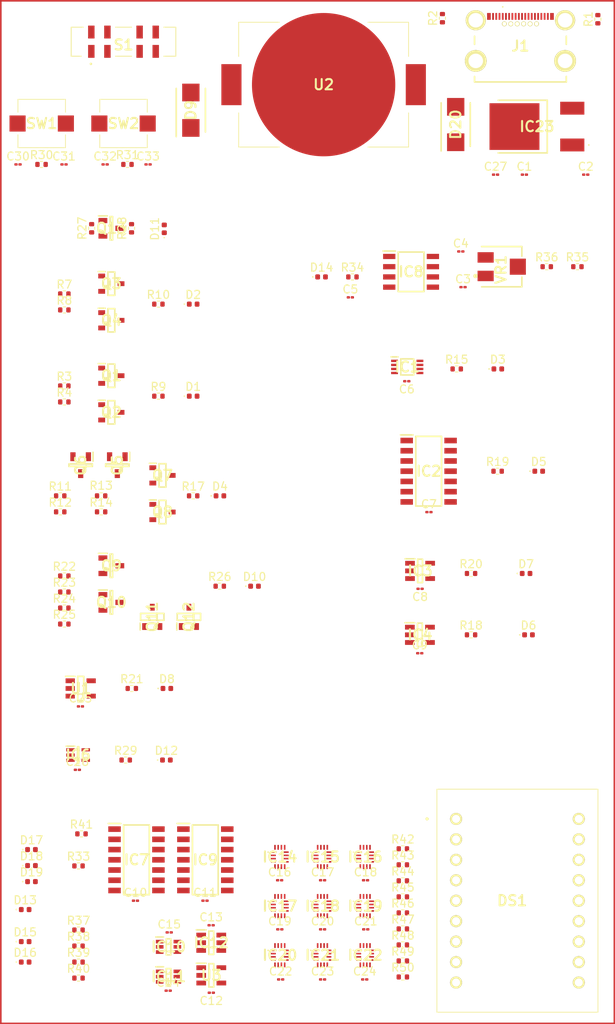
<source format=kicad_pcb>
(kicad_pcb (version 20221018) (generator pcbnew)
  (layers (0 "F.Cu" signal) (31 "B.Cu" signal) (34 "B.Paste" user) (35 "F.Paste" user) (36 "B.SilkS" user "B.Silkscreen") (37 "F.SilkS" user "F.Silkscreen") (38 "B.Mask" user) (39 "F.Mask" user) (44 "Edge.Cuts" user))
  (net 0 "")
  (net 1 "+3V0")
  (net 2 "+5V")
  (net 3 "3V before switch")
  (net 4 "Net-(IC8-THRES)")
  (net 5 "Net-(IC8-CONT)")
  (net 6 "Net-(D1-A)")
  (net 7 "Net-(D2-A)")
  (net 8 "Net-(D3-A)")
  (net 9 "Net-(D4-A)")
  (net 10 "Net-(D5-A)")
  (net 11 "Net-(D6-A)")
  (net 12 "Net-(D7-A)")
  (net 13 "Net-(D8-A)")
  (net 14 "Net-(D9-Pad2)")
  (net 15 "Net-(D10-A)")
  (net 16 "Net-(D11-K)")
  (net 17 "Net-(D11-A)")
  (net 18 "Net-(D12-A)")
  (net 19 "Net-(D13-A)")
  (net 20 "Net-(D14-A)")
  (net 21 "Net-(D15-A)")
  (net 22 "Net-(D16-A)")
  (net 23 "Net-(D17-A)")
  (net 24 "Net-(D18-A)")
  (net 25 "Net-(D19-A)")
  (net 26 "Net-(DS1-K_A)")
  (net 27 "Net-(DS1-K_N)")
  (net 28 "Net-(DS1-K_C)")
  (net 29 "Net-(DS1-K_E)")
  (net 30 "Net-(DS1-K_K)")
  (net 31 "Net-(DS1-K_D)")
  (net 32 "Net-(DS1-K_G)")
  (net 33 "Net-(DS1-K_M)")
  (net 34 "Net-(DS1-K_U)")
  (net 35 "Net-(IC1-Q)")
  (net 37 "Button A")
  (net 38 "CLK")
  (net 40 "Net-(IC2-1Q)")
  (net 47 "Button B")
  (net 48 "Net-(IC3-Y)")
  (net 49 "Net-(IC3-B)")
  (net 50 "Net-(IC6-Y)")
  (net 52 "Net-(IC10-B)")
  (net 59 "Net-(IC8-DISCH)")
  (net 60 "Net-(IC12-Y)")
  (net 61 "Net-(IC11-C)")
  (net 62 "Net-(IC10-C)")
  (net 63 "Net-(IC11-A)")
  (net 64 "Net-(IC10-A)")
  (net 65 "Net-(IC10-Y)")
  (net 66 "Net-(IC11-Y)")
  (net 67 "Net-(IC14-D)")
  (net 69 "Net-(IC15-D)")
  (net 71 "Net-(IC16-D)")
  (net 73 "Net-(IC17-D)")
  (net 75 "Net-(IC18-D)")
  (net 77 "Net-(IC19-D)")
  (net 79 "Net-(IC20-D)")
  (net 81 "Net-(IC21-D)")
  (net 83 "Net-(IC22-D)")
  (net 105 "Net-(Q1-Pad2)")
  (net 106 "Net-(Q1-Pad1)")
  (net 107 "Net-(Q2-Pad1)")
  (net 108 "Net-(Q3-Pad2)")
  (net 109 "Net-(Q3-Pad1)")
  (net 110 "Net-(Q4-Pad2)")
  (net 111 "Net-(Q4-Pad1)")
  (net 112 "Net-(Q5-Pad3)")
  (net 113 "Net-(Q5-Pad1)")
  (net 114 "Net-(Q6-Pad1)")
  (net 115 "Net-(Q7-Pad2)")
  (net 116 "Net-(Q7-Pad1)")
  (net 117 "Net-(Q8-Pad1)")
  (net 118 "Net-(Q10-Pad2)")
  (net 119 "Net-(Q9-Pad1)")
  (net 120 "Net-(Q10-Pad3)")
  (net 121 "Net-(Q10-Pad1)")
  (net 122 "Net-(Q11-Pad1)")
  (net 123 "Net-(Q12-Pad1)")
  (net 124 "Net-(Q13-Pad1)")
  (net 125 "Net-(U1-Y)")
  (net 126 "Net-(VR1-WIPER)")
  (net 133 "GND")
  (net 134 "Net-(IC23-OUTPUT)")
  (net 135 "Net-(IC9-2J)")
  (net 136 "Net-(J1-CC1)")
  (net 137 "Net-(J1-CC2)")
  (footprint "Capacitor_SMD:C_01005_0402Metric" (layer "F.Cu") (at 147.595 49.53)
    (fp_text reference "C1" (at 0 -1) (layer "F.SilkS"))
    (fp_text value "100n")
    (pad "1" smd roundrect (at -0.25 0) (size 0.4 0.3) (layers "F.Cu" "F.Mask") (net 133 "GND"))
    (pad "2" smd roundrect (at 0.25 0) (size 0.4 0.3) (layers "F.Cu" "F.Mask") (net 2 "+5V"))
  )
  (footprint "Capacitor_SMD:C_01005_0402Metric" (layer "F.Cu") (at 103.357 150.876)
    (fp_text reference "C14" (at 0 -1) (layer "F.SilkS"))
    (fp_text value ".1u")
    (pad "1" smd roundrect (at -0.25 0) (size 0.4 0.3) (layers "F.Cu" "F.Mask") (net 1 "+3V0"))
    (pad "2" smd roundrect (at 0.25 0) (size 0.4 0.3) (layers "F.Cu" "F.Mask") (net 133 "GND"))
  )
  (footprint "Resistor_SMD:R_0402_1005Metric" (layer "F.Cu") (at 132.5 137.23)
    (fp_text reference "R44" (at 0 -1.17) (layer "F.SilkS"))
    (fp_text value "100")
    (pad "1" smd roundrect (at -0.51 0) (size 0.54 0.64) (layers "F.Cu" "F.Paste" "F.Mask") (net 79 "Net-(IC20-D)"))
    (pad "2" smd roundrect (at 0.51 0) (size 0.54 0.64) (layers "F.Cu" "F.Paste" "F.Mask") (net 33 "Net-(DS1-K_M)"))
  )
  (footprint "Capacitor_SMD:C_01005_0402Metric" (layer "F.Cu") (at 99.293 139.7)
    (fp_text reference "C10" (at 0 -1) (layer "F.SilkS"))
    (fp_text value ".1u")
    (pad "1" smd roundrect (at -0.25 0) (size 0.4 0.3) (layers "F.Cu" "F.Mask") (net 1 "+3V0"))
    (pad "2" smd roundrect (at 0.25 0) (size 0.4 0.3) (layers "F.Cu" "F.Mask") (net 133 "GND"))
  )
  (footprint "Resistor_SMD:R_0402_1005Metric" (layer "F.Cu") (at 132.5 133.25)
    (fp_text reference "R42" (at 0 -1.17) (layer "F.SilkS"))
    (fp_text value "100")
    (pad "1" smd roundrect (at -0.51 0) (size 0.54 0.64) (layers "F.Cu" "F.Paste" "F.Mask") (net 75 "Net-(IC18-D)"))
    (pad "2" smd roundrect (at 0.51 0) (size 0.54 0.64) (layers "F.Cu" "F.Paste" "F.Mask") (net 32 "Net-(DS1-K_G)"))
  )
  (footprint "SamacSys_Parts:SOT95P280X145-5N" (layer "F.Cu") (at 134.64 98.74)
    (fp_text reference "IC3" (at 0 0) (layer "F.SilkS") (effects (font (size 1.27 1.27) (thickness 0.254))))
    (fp_text value "SN74LVC1G02DBVR" hide)
    (pad "1" smd rect (at -1.25 -0.95 90) (size 0.6 1.2) (layers "F.Cu" "F.Paste" "F.Mask") (net 37 "Button A"))
    (pad "2" smd rect (at -1.25 0 90) (size 0.6 1.2) (layers "F.Cu" "F.Paste" "F.Mask") (net 49 "Net-(IC3-B)"))
    (pad "3" smd rect (at -1.25 0.95 90) (size 0.6 1.2) (layers "F.Cu" "F.Paste" "F.Mask") (net 133 "GND"))
    (pad "4" smd rect (at 1.25 0.95 90) (size 0.6 1.2) (layers "F.Cu" "F.Paste" "F.Mask") (net 48 "Net-(IC3-Y)"))
    (pad "5" smd rect (at 1.25 -0.95 90) (size 0.6 1.2) (layers "F.Cu" "F.Paste" "F.Mask") (net 1 "+3V0"))
  )
  (footprint "Capacitor_SMD:C_01005_0402Metric" (layer "F.Cu") (at 117.2 137.16)
    (fp_text reference "C16" (at 0 -1) (layer "F.SilkS"))
    (fp_text value ".1u")
    (pad "1" smd roundrect (at -0.25 0) (size 0.4 0.3) (layers "F.Cu" "F.Mask") (net 1 "+3V0"))
    (pad "2" smd roundrect (at 0.25 0) (size 0.4 0.3) (layers "F.Cu" "F.Mask") (net 133 "GND"))
  )
  (footprint "LED_SMD:LED_0402_1005Metric" (layer "F.Cu") (at 85.595 147.32)
    (fp_text reference "D16" (at 0 -1.17) (layer "F.SilkS"))
    (fp_text value "LED")
    (pad "1" smd roundrect (at -0.485 0) (size 0.59 0.64) (layers "F.Cu" "F.Paste" "F.Mask") (net 133 "GND"))
    (pad "2" smd roundrect (at 0.485 0) (size 0.59 0.64) (layers "F.Cu" "F.Paste" "F.Mask") (net 22 "Net-(D16-A)"))
  )
  (footprint "Capacitor_SMD:C_01005_0402Metric" (layer "F.Cu") (at 122.534 137.16)
    (fp_text reference "C17" (at 0 -1) (layer "F.SilkS"))
    (fp_text value ".1u")
    (pad "1" smd roundrect (at -0.25 0) (size 0.4 0.3) (layers "F.Cu" "F.Mask") (net 1 "+3V0"))
    (pad "2" smd roundrect (at 0.25 0) (size 0.4 0.3) (layers "F.Cu" "F.Mask") (net 133 "GND"))
  )
  (footprint "SamacSys_Parts:SOT95P280X145-6N" (layer "F.Cu") (at 108.705 144.92)
    (fp_text reference "IC12" (at 0 0) (layer "F.SilkS") (effects (font (size 1.27 1.27) (thickness 0.254))))
    (fp_text value "SN74LVC1G97QDBVRQ1" hide)
    (pad "1" smd rect (at -1.25 -0.95 90) (size 0.6 1.2) (layers "F.Cu" "F.Paste" "F.Mask") (net 65 "Net-(IC10-Y)"))
    (pad "2" smd rect (at -1.25 0 90) (size 0.6 1.2) (layers "F.Cu" "F.Paste" "F.Mask") (net 133 "GND"))
    (pad "3" smd rect (at -1.25 0.95 90) (size 0.6 1.2) (layers "F.Cu" "F.Paste" "F.Mask") (net 1 "+3V0"))
    (pad "4" smd rect (at 1.25 0.95 90) (size 0.6 1.2) (layers "F.Cu" "F.Paste" "F.Mask") (net 60 "Net-(IC12-Y)"))
    (pad "5" smd rect (at 1.25 0 90) (size 0.6 1.2) (layers "F.Cu" "F.Paste" "F.Mask") (net 1 "+3V0"))
    (pad "6" smd rect (at 1.25 -0.95 90) (size 0.6 1.2) (layers "F.Cu" "F.Paste" "F.Mask") (net 66 "Net-(IC11-Y)"))
  )
  (footprint "Capacitor_SMD:C_01005_0402Metric" (layer "F.Cu") (at 117.221 143.256)
    (fp_text reference "C19" (at 0 -1) (layer "F.SilkS"))
    (fp_text value ".1u")
    (pad "1" smd roundrect (at -0.25 0) (size 0.4 0.3) (layers "F.Cu" "F.Mask") (net 1 "+3V0"))
    (pad "2" smd roundrect (at 0.25 0) (size 0.4 0.3) (layers "F.Cu" "F.Mask") (net 133 "GND"))
  )
  (footprint "Resistor_SMD:R_0402_1005Metric" (layer "F.Cu") (at 150.37 60.96)
    (fp_text reference "R36" (at 0 -1.17) (layer "F.SilkS"))
    (fp_text value "1k")
    (pad "1" smd roundrect (at -0.51 0) (size 0.54 0.64) (layers "F.Cu" "F.Paste" "F.Mask") (net 59 "Net-(IC8-DISCH)"))
    (pad "2" smd roundrect (at 0.51 0) (size 0.54 0.64) (layers "F.Cu" "F.Paste" "F.Mask") (net 126 "Net-(VR1-WIPER)"))
  )
  (footprint "SamacSys_Parts:SKPMBHE010" (layer "F.Cu") (at 87.65 43.18)
    (fp_text reference "SW1" (at 0 0) (layer "F.SilkS") (effects (font (size 1.27 1.27) (thickness 0.254))))
    (fp_text value "SW_Push" hide)
    (pad "1" smd rect (at -3 0 90) (size 2 2) (layers "F.Cu" "F.Paste" "F.Mask") (net 1 "+3V0"))
    (pad "2" smd rect (at 3 0 90) (size 2 2) (layers "F.Cu" "F.Paste" "F.Mask") (net 37 "Button A"))
  )
  (footprint "SamacSys_Parts:CX70M24P1" (layer "F.Cu") (at 147.104 33.841)
    (fp_text reference "J1" (at 0 -0.282) (layer "F.SilkS") (effects (font (size 1.27 1.27) (thickness 0.254))))
    (fp_text value "CX70M-24P1" hide)
    (pad "A1" smd rect (at -2.2 -3.963) (size 0.23 0.85) (layers "F.Cu" "F.Paste" "F.Mask") (net 133 "GND"))
    (pad "A2" smd rect (at -1.8 -3.963) (size 0.23 0.85) (layers "F.Cu" "F.Paste" "F.Mask"))
    (pad "A3" smd rect (at -1.4 -3.963) (size 0.23 0.85) (layers "F.Cu" "F.Paste" "F.Mask"))
    (pad "A4" smd rect (at -1 -3.963) (size 0.23 0.85) (layers "F.Cu" "F.Paste" "F.Mask") (net 2 "+5V"))
    (pad "A5" smd rect (at -0.6 -3.963) (size 0.23 0.85) (layers "F.Cu" "F.Paste" "F.Mask") (net 136 "Net-(J1-CC1)"))
    (pad "A6" smd rect (at -0.2 -3.963) (size 0.23 0.85) (layers "F.Cu" "F.Paste" "F.Mask"))
    (pad "A7" smd rect (at 0.2 -3.963) (size 0.23 0.85) (layers "F.Cu" "F.Paste" "F.Mask"))
    (pad "A8" smd rect (at 0.6 -3.963) (size 0.23 0.85) (layers "F.Cu" "F.Paste" "F.Mask"))
    (pad "A9" smd rect (at 1 -3.963) (size 0.23 0.85) (layers "F.Cu" "F.Paste" "F.Mask") (net 2 "+5V"))
    (pad "A10" smd rect (at 1.4 -3.963) (size 0.23 0.85) (layers "F.Cu" "F.Paste" "F.Mask"))
    (pad "A11" smd rect (at 1.8 -3.963) (size 0.23 0.85) (layers "F.Cu" "F.Paste" "F.Mask"))
    (pad "A12" smd rect (at 2.2 -3.963) (size 0.23 0.85) (layers "F.Cu" "F.Paste" "F.Mask") (net 133 "GND"))
    (pad "B1" smd rect (at 3.4 -3.963) (size 0.23 0.85) (layers "F.Cu" "F.Paste" "F.Mask") (net 133 "GND"))
    (pad "B2" smd rect (at 3 -3.963) (size 0.23 0.85) (layers "F.Cu" "F.Paste" "F.Mask"))
    (pad "B3" smd rect (at 2.6 -3.963) (size 0.23 0.85) (layers "F.Cu" "F.Paste" "F.Mask"))
    (pad "B4" thru_hole circle (at 2 -3.038 90) (size 0.6 0.6) (drill 0.4) (layers "*.Cu" "*.Mask" "F.SilkS") (net 2 "+5V"))
    (pad "B5" thru_hole circle (at 1.2 -3.038 90) (size 0.6 0.6) (drill 0.4) (layers "*.Cu" "*.Mask" "F.SilkS") (net 137 "Net-(J1-CC2)"))
    (pad "B6" thru_hole circle (at 0.4 -3.038 90) (size 0.6 0.6) (drill 0.4) (layers "*.Cu" "*.Mask" "F.SilkS"))
    (pad "B7" thru_hole circle (at -0.4 -3.038 90) (size 0.6 0.6) (drill 0.4) (layers "*.Cu" "*.Mask" "F.SilkS"))
    (pad "B8" thru_hole circle (at -1.2 -3.038 90) (size 0.6 0.6) (drill 0.4) (layers "*.Cu" "*.Mask" "F.SilkS"))
    (pad "B9" thru_hole circle (at -2 -3.038 90) (size 0.6 0.6) (drill 0.4) (layers "*.Cu" "*.Mask" "F.SilkS") (net 2 "+5V"))
    (pad "B10" smd rect (at -2.6 -3.963) (size 0.23 0.85) (layers "F.Cu" "F.Paste" "F.Mask"))
    (pad "B11" smd rect (at -3 -3.963) (size 0.23 0.85) (layers "F.Cu" "F.Paste" "F.Mask"))
    (pad "B12" smd rect (at -3.4 -3.963) (size 0.23 0.85) (layers "F.Cu" "F.Paste" "F.Mask") (net 133 "GND"))
    (pad "MH1" thru_hole circle (at -5.55 -3.488 90) (size 2.5 2.5) (drill 1.8) (layers "*.Cu" "*.Mask" "F.SilkS"))
    (pad "MH2" thru_hole circle (at 5.55 -3.488 90) (size 2.5 2.5) (drill 1.8) (layers "*.Cu" "*.Mask" "F.SilkS"))
    (pad "MH3" thru_hole circle (at 5.55 1.562 90) (size 2.7 2.7) (drill 1.8) (layers "*.Cu" "*.Mask" "F.SilkS"))
    (pad "MH4" thru_hole circle (at -5.55 1.562 90) (size 2.7 2.7) (drill 1.8) (layers "*.Cu" "*.Mask" "F.SilkS"))
    (pad "MP1" smd rect (at -3.915 -3.963) (size 0.46 0.85) (layers "F.Cu" "F.Paste" "F.Mask"))
    (pad "MP2" smd rect (at 3.915 -3.963) (size 0.46 0.85) (layers "F.Cu" "F.Paste" "F.Mask"))
  )
  (footprint "Resistor_SMD:R_0402_1005Metric" (layer "F.Cu") (at 132.5 139.22)
    (fp_text reference "R45" (at 0 -1.17) (layer "F.SilkS"))
    (fp_text value "100")
    (pad "1" smd roundrect (at -0.51 0) (size 0.54 0.64) (layers "F.Cu" "F.Paste" "F.Mask") (net 81 "Net-(IC21-D)"))
    (pad "2" smd roundrect (at 0.51 0) (size 0.54 0.64) (layers "F.Cu" "F.Paste" "F.Mask") (net 27 "Net-(DS1-K_N)"))
  )
  (footprint "Capacitor_SMD:C_01005_0402Metric" (layer "F.Cu") (at 100.859 48.26)
    (fp_text reference "C33" (at 0 -1) (layer "F.SilkS"))
    (fp_text value ".1u")
    (pad "1" smd roundrect (at -0.25 0) (size 0.4 0.3) (layers "F.Cu" "F.Mask") (net 47 "Button B"))
    (pad "2" smd roundrect (at 0.25 0) (size 0.4 0.3) (layers "F.Cu" "F.Mask") (net 133 "GND"))
  )
  (footprint "SamacSys_Parts:SOT95P240X114-3N" (layer "F.Cu") (at 96.3 63.07)
    (fp_text reference "Q3" (at 0 0) (layer "F.SilkS") (effects (font (size 1.27 1.27) (thickness 0.254))))
    (fp_text value "MMBT2222" hide)
    (pad "1" smd rect (at -1.2 -0.95 90) (size 0.6 0.85) (layers "F.Cu" "F.Paste" "F.Mask") (net 109 "Net-(Q3-Pad1)"))
    (pad "2" smd rect (at -1.2 0.95 90) (size 0.6 0.85) (layers "F.Cu" "F.Paste" "F.Mask") (net 108 "Net-(Q3-Pad2)"))
    (pad "3" smd rect (at 1.2 0 90) (size 0.6 0.85) (layers "F.Cu" "F.Paste" "F.Mask") (net 1 "+3V0"))
  )
  (footprint "Resistor_SMD:R_0402_1005Metric" (layer "F.Cu") (at 98.3 48.26)
    (fp_text reference "R31" (at 0 -1.17) (layer "F.SilkS"))
    (fp_text value "10k")
    (pad "1" smd roundrect (at -0.51 0) (size 0.54 0.64) (layers "F.Cu" "F.Paste" "F.Mask") (net 133 "GND"))
    (pad "2" smd roundrect (at 0.51 0) (size 0.54 0.64) (layers "F.Cu" "F.Paste" "F.Mask") (net 47 "Button B"))
  )
  (footprint "SamacSys_Parts:SOT95P240X114-3N" (layer "F.Cu") (at 102.65 86.88)
    (fp_text reference "Q7" (at 0 0) (layer "F.SilkS") (effects (font (size 1.27 1.27) (thickness 0.254))))
    (fp_text value "MMBT2222" hide)
    (pad "1" smd rect (at -1.2 -0.95 90) (size 0.6 0.85) (layers "F.Cu" "F.Paste" "F.Mask") (net 116 "Net-(Q7-Pad1)"))
    (pad "2" smd rect (at -1.2 0.95 90) (size 0.6 0.85) (layers "F.Cu" "F.Paste" "F.Mask") (net 115 "Net-(Q7-Pad2)"))
    (pad "3" smd rect (at 1.2 0 90) (size 0.6 0.85) (layers "F.Cu" "F.Paste" "F.Mask") (net 112 "Net-(Q5-Pad3)"))
  )
  (footprint "SamacSys_Parts:SOT95P285X130-5N" (layer "F.Cu") (at 92.49 113.34)
    (fp_text reference "U1" (at 0 0) (layer "F.SilkS") (effects (font (size 1.27 1.27) (thickness 0.254))))
    (fp_text value "74AHC1G86W5-7" hide)
    (pad "1" smd rect (at -1.3 -0.95 90) (size 0.6 1.15) (layers "F.Cu" "F.Paste" "F.Mask") (net 37 "Button A"))
    (pad "2" smd rect (at -1.3 0 90) (size 0.6 1.15) (layers "F.Cu" "F.Paste" "F.Mask") (net 47 "Button B"))
    (pad "3" smd rect (at -1.3 0.95 90) (size 0.6 1.15) (layers "F.Cu" "F.Paste" "F.Mask") (net 133 "GND"))
    (pad "4" smd rect (at 1.3 0.95 90) (size 0.6 1.15) (layers "F.Cu" "F.Paste" "F.Mask") (net 125 "Net-(U1-Y)"))
    (pad "5" smd rect (at 1.3 -0.95 90) (size 0.6 1.15) (layers "F.Cu" "F.Paste" "F.Mask") (net 1 "+3V0"))
  )
  (footprint "SamacSys_Parts:TMUX1208QRSVRQ1" (layer "F.Cu") (at 127.82 140.37)
    (fp_text reference "IC19" (at 0 0) (layer "F.SilkS") (effects (font (size 1.27 1.27) (thickness 0.254))))
    (fp_text value "TMUX1208QRSVRQ1" hide)
    (pad "1" smd rect (at -0.75 -0.6 90) (size 0.2 0.7) (layers "F.Cu" "F.Paste" "F.Mask"))
    (pad "2" smd rect (at -0.8 -0.2 90) (size 0.2 0.6) (layers "F.Cu" "F.Paste" "F.Mask") (net 133 "GND"))
    (pad "3" smd rect (at -0.8 0.2 90) (size 0.2 0.6) (layers "F.Cu" "F.Paste" "F.Mask") (net 133 "GND"))
    (pad "4" smd rect (at -0.8 0.6 90) (size 0.2 0.6) (layers "F.Cu" "F.Paste" "F.Mask") (net 1 "+3V0"))
    (pad "5" smd rect (at -0.6 1.2) (size 0.2 0.6) (layers "F.Cu" "F.Paste" "F.Mask") (net 133 "GND"))
    (pad "6" smd rect (at -0.2 1.2) (size 0.2 0.6) (layers "F.Cu" "F.Paste" "F.Mask") (net 77 "Net-(IC19-D)"))
    (pad "7" smd rect (at 0.2 1.2) (size 0.2 0.6) (layers "F.Cu" "F.Paste" "F.Mask") (net 133 "GND"))
    (pad "8" smd rect (at 0.6 1.2) (size 0.2 0.6) (layers "F.Cu" "F.Paste" "F.Mask") (net 133 "GND"))
    (pad "9" smd rect (at 0.8 0.6 90) (size 0.2 0.6) (layers "F.Cu" "F.Paste" "F.Mask") (net 1 "+3V0"))
    (pad "10" smd rect (at 0.8 0.2 90) (size 0.2 0.6) (layers "F.Cu" "F.Paste" "F.Mask") (net 133 "GND"))
    (pad "11" smd rect (at 0.8 -0.2 90) (size 0.2 0.6) (layers "F.Cu" "F.Paste" "F.Mask") (net 1 "+3V0"))
    (pad "12" smd rect (at 0.8 -0.6 90) (size 0.2 0.6) (layers "F.Cu" "F.Paste" "F.Mask") (net 133 "GND"))
    (pad "13" smd rect (at 0.6 -1.2) (size 0.2 0.6) (layers "F.Cu" "F.Paste" "F.Mask") (net 52 "Net-(IC10-B)"))
    (pad "14" smd rect (at 0.2 -1.2) (size 0.2 0.6) (layers "F.Cu" "F.Paste" "F.Mask") (net 63 "Net-(IC11-A)"))
    (pad "15" smd rect (at -0.2 -1.2) (size 0.2 0.6) (layers "F.Cu" "F.Paste" "F.Mask") (net 62 "Net-(IC10-C)"))
    (pad "16" smd rect (at -0.6 -1.2) (size 0.2 0.6) (layers "F.Cu" "F.Paste" "F.Mask") (net 1 "+3V0"))
  )
  (footprint "Capacitor_SMD:C_01005_0402Metric" (layer "F.Cu") (at 122.534 149.479)
    (fp_text reference "C23" (at 0 -1) (layer "F.SilkS"))
    (fp_text value ".1u")
    (pad "1" smd roundrect (at -0.25 0) (size 0.4 0.3) (layers "F.Cu" "F.Mask") (net 1 "+3V0"))
    (pad "2" smd roundrect (at 0.25 0) (size 0.4 0.3) (layers "F.Cu" "F.Mask") (net 133 "GND"))
  )
  (footprint "Resistor_SMD:R_0402_1005Metric" (layer "F.Cu") (at 102.14 77.04)
    (fp_text reference "R9" (at 0 -1.17) (layer "F.SilkS"))
    (fp_text value "100")
    (pad "1" smd roundrect (at -0.51 0) (size 0.54 0.64) (layers "F.Cu" "F.Paste" "F.Mask") (net 6 "Net-(D1-A)"))
    (pad "2" smd roundrect (at 0.51 0) (size 0.54 0.64) (layers "F.Cu" "F.Paste" "F.Mask") (net 105 "Net-(Q1-Pad2)"))
  )
  (footprint "Capacitor_SMD:C_01005_0402Metric" (layer "F.Cu") (at 155.215 49.53)
    (fp_text reference "C2" (at 0 -1) (layer "F.SilkS"))
    (fp_text value "10u")
    (pad "1" smd roundrect (at -0.25 0) (size 0.4 0.3) (layers "F.Cu" "F.Mask") (net 134 "Net-(IC23-OUTPUT)"))
    (pad "2" smd roundrect (at 0.25 0) (size 0.4 0.3) (layers "F.Cu" "F.Mask") (net 133 "GND"))
  )
  (footprint "Resistor_SMD:R_0402_1005Metric" (layer "F.Cu") (at 90.46 75.77)
    (fp_text reference "R3" (at 0 -1.17) (layer "F.SilkS"))
    (fp_text value "5.6k")
    (pad "1" smd roundrect (at -0.51 0) (size 0.54 0.64) (layers "F.Cu" "F.Paste" "F.Mask") (net 37 "Button A"))
    (pad "2" smd roundrect (at 0.51 0) (size 0.54 0.64) (layers "F.Cu" "F.Paste" "F.Mask") (net 106 "Net-(Q1-Pad1)"))
  )
  (footprint "Capacitor_SMD:C_01005_0402Metric" (layer "F.Cu") (at 103.484 143.637)
    (fp_text reference "C15" (at 0 -1) (layer "F.SilkS"))
    (fp_text value ".1u")
    (pad "1" smd roundrect (at -0.25 0) (size 0.4 0.3) (layers "F.Cu" "F.Mask") (net 1 "+3V0"))
    (pad "2" smd roundrect (at 0.25 0) (size 0.4 0.3) (layers "F.Cu" "F.Mask") (net 133 "GND"))
  )
  (footprint "LED_SMD:LED_0402_1005Metric" (layer "F.Cu") (at 114.08 100.64)
    (fp_text reference "D10" (at 0 -1.17) (layer "F.SilkS"))
    (fp_text value "LED")
    (pad "1" smd roundrect (at -0.485 0) (size 0.59 0.64) (layers "F.Cu" "F.Paste" "F.Mask") (net 133 "GND"))
    (pad "2" smd roundrect (at 0.485 0) (size 0.59 0.64) (layers "F.Cu" "F.Paste" "F.Mask") (net 15 "Net-(D10-A)"))
  )
  (footprint "Resistor_SMD:R_0402_1005Metric" (layer "F.Cu") (at 139.19 73.66)
    (fp_text reference "R15" (at 0 -1.17) (layer "F.SilkS"))
    (fp_text value "100")
    (pad "1" smd roundrect (at -0.51 0) (size 0.54 0.64) (layers "F.Cu" "F.Paste" "F.Mask") (net 35 "Net-(IC1-Q)"))
    (pad "2" smd roundrect (at 0.51 0) (size 0.54 0.64) (layers "F.Cu" "F.Paste" "F.Mask") (net 8 "Net-(D3-A)"))
  )
  (footprint "SamacSys_Parts:DIOM5436X330N" (layer "F.Cu") (at 139.065 43.307 90)
    (fp_text reference "D20" (at 0 0 90) (layer "F.SilkS") (effects (font (size 1.27 1.27) (thickness 0.254))))
    (fp_text value "LSM115JE3_TR13" hide)
    (pad "1" smd rect (at -2.2 0 180) (size 2.15 2.2) (layers "F.Cu" "F.Paste" "F.Mask") (net 3 "3V before switch"))
    (pad "2" smd rect (at 2.2 0 180) (size 2.15 2.2) (layers "F.Cu" "F.Paste" "F.Mask") (net 134 "Net-(IC23-OUTPUT)"))
  )
  (footprint "Resistor_SMD:R_0402_1005Metric" (layer "F.Cu") (at 132.5 143.2)
    (fp_text reference "R47" (at 0 -1.17) (layer "F.SilkS"))
    (fp_text value "100")
    (pad "1" smd roundrect (at -0.51 0) (size 0.54 0.64) (layers "F.Cu" "F.Paste" "F.Mask") (net 67 "Net-(IC14-D)"))
    (pad "2" smd roundrect (at 0.51 0) (size 0.54 0.64) (layers "F.Cu" "F.Paste" "F.Mask") (net 26 "Net-(DS1-K_A)"))
  )
  (footprint "Resistor_SMD:R_0402_1005Metric" (layer "F.Cu") (at 95.03 89.42)
    (fp_text reference "R13" (at 0 -1.27) (layer "F.SilkS"))
    (fp_text value "5.6k")
    (pad "1" smd roundrect (at -0.51 0) (size 0.54 0.64) (layers "F.Cu" "F.Paste" "F.Mask") (net 47 "Button B"))
    (pad "2" smd roundrect (at 0.51 0) (size 0.54 0.64) (layers "F.Cu" "F.Paste" "F.Mask") (net 114 "Net-(Q6-Pad1)"))
  )
  (footprint "Resistor_SMD:R_0402_1005Metric" (layer "F.Cu") (at 90.46 99.37)
    (fp_text reference "R22" (at 0 -1.17) (layer "F.SilkS"))
    (fp_text value "5.6k")
    (pad "1" smd roundrect (at -0.51 0) (size 0.54 0.64) (layers "F.Cu" "F.Paste" "F.Mask") (net 119 "Net-(Q9-Pad1)"))
    (pad "2" smd roundrect (at 0.51 0) (size 0.54 0.64) (layers "F.Cu" "F.Paste" "F.Mask") (net 37 "Button A"))
  )
  (footprint "SamacSys_Parts:SOT95P280X145-5N" (layer "F.Cu") (at 108.712 148.971)
    (fp_text reference "U3" (at 0 0) (layer "F.SilkS") (effects (font (size 1.27 1.27) (thickness 0.254))))
    (fp_text value "NC7S08M5X" hide)
    (pad "1" smd rect (at -1.25 -0.95 90) (size 0.6 1.2) (layers "F.Cu" "F.Paste" "F.Mask") (net 61 "Net-(IC11-C)"))
    (pad "2" smd rect (at -1.25 0 90) (size 0.6 1.2) (layers "F.Cu" "F.Paste" "F.Mask") (net 52 "Net-(IC10-B)"))
    (pad "3" smd rect (at -1.25 0.95 90) (size 0.6 1.2) (layers "F.Cu" "F.Paste" "F.Mask") (net 133 "GND"))
    (pad "4" smd rect (at 1.25 0.95 90) (size 0.6 1.2) (layers "F.Cu" "F.Paste" "F.Mask") (net 135 "Net-(IC9-2J)"))
    (pad "5" smd rect (at 1.25 -0.95 90) (size 0.6 1.2) (layers "F.Cu" "F.Paste" "F.Mask") (net 1 "+3V0"))
  )
  (footprint "Resistor_SMD:R_0402_1005Metric" (layer "F.Cu") (at 90.46 105.34)
    (fp_text reference "R25" (at 0 -1.17) (layer "F.SilkS"))
    (fp_text value "5.6k")
    (pad "1" smd roundrect (at -0.51 0) (size 0.54 0.64) (layers "F.Cu" "F.Paste" "F.Mask") (net 47 "Button B"))
    (pad "2" smd roundrect (at 0.51 0) (size 0.54 0.64) (layers "F.Cu" "F.Paste" "F.Mask") (net 121 "Net-(Q10-Pad1)"))
  )
  (footprint "SamacSys_Parts:SOIC127P600X175-8N" (layer "F.Cu") (at 133.521 61.595)
    (fp_text reference "IC8" (at 0 0) (layer "F.SilkS") (effects (font (size 1.27 1.27) (thickness 0.254))))
    (fp_text value "TLC555QDRQ1" hide)
    (pad "1" smd rect (at -2.711 -1.905 90) (size 0.65 1.528) (layers "F.Cu" "F.Paste" "F.Mask") (net 133 "GND"))
    (pad "2" smd rect (at -2.711 -0.635 90) (size 0.65 1.528) (layers "F.Cu" "F.Paste" "F.Mask") (net 4 "Net-(IC8-THRES)"))
    (pad "3" smd rect (at -2.711 0.635 90) (size 0.65 1.528) (layers "F.Cu" "F.Paste" "F.Mask") (net 38 "CLK"))
    (pad "4" smd rect (at -2.711 1.905 90) (size 0.65 1.528) (layers "F.Cu" "F.Paste" "F.Mask") (net 1 "+3V0"))
    (pad "5" smd rect (at 2.711 1.905 90) (size 0.65 1.528) (layers "F.Cu" "F.Paste" "F.Mask") (net 5 "Net-(IC8-CONT)"))
    (pad "6" smd rect (at 2.711 0.635 90) (size 0.65 1.528) (layers "F.Cu" "F.Paste" "F.Mask") (net 4 "Net-(IC8-THRES)"))
    (pad "7" smd rect (at 2.711 -0.635 90) (size 0.65 1.528) (layers "F.Cu" "F.Paste" "F.Mask") (net 59 "Net-(IC8-DISCH)"))
    (pad "8" smd rect (at 2.711 -1.905 90) (size 0.65 1.528) (layers "F.Cu" "F.Paste" "F.Mask") (net 1 "+3V0"))
  )
  (footprint "Resistor_SMD:R_0402_1005Metric" (layer "F.Cu") (at 132.5 149.17)
    (fp_text reference "R50" (at 0 -1.17) (layer "F.SilkS"))
    (fp_text value "100")
    (pad "1" smd roundrect (at -0.51 0) (size 0.54 0.64) (layers "F.Cu" "F.Paste" "F.Mask") (net 73 "Net-(IC17-D)"))
    (pad "2" smd roundrect (at 0.51 0) (size 0.54 0.64) (layers "F.Cu" "F.Paste" "F.Mask") (net 29 "Net-(DS1-K_E)"))
  )
  (footprint "Resistor_SMD:R_0402_1005Metric" (layer "F.Cu") (at 98.806 56.19 90)
    (fp_text reference "R28" (at 0 -1.17 90) (layer "F.SilkS"))
    (fp_text value "100")
    (pad "1" smd roundrect (at -0.51 0 90) (size 0.54 0.64) (layers "F.Cu" "F.Paste" "F.Mask") (net 1 "+3V0"))
    (pad "2" smd roundrect (at 0.51 0 90) (size 0.54 0.64) (layers "F.Cu" "F.Paste" "F.Mask") (net 17 "Net-(D11-A)"))
  )
  (footprint "Capacitor_SMD:C_01005_0402Metric" (layer "F.Cu") (at 108.691 142.748)
    (fp_text reference "C13" (at 0 -1) (layer "F.SilkS"))
    (fp_text value ".1u")
    (pad "1" smd roundrect (at -0.25 0) (size 0.4 0.3) (layers "F.Cu" "F.Mask") (net 1 "+3V0"))
    (pad "2" smd roundrect (at 0.25 0) (size 0.4 0.3) (layers "F.Cu" "F.Mask") (net 133 "GND"))
  )
  (footprint "SamacSys_Parts:SOT96P240X100-3N" (layer "F.Cu") (at 96.3 98.1)
    (fp_text reference "Q9" (at 0 0) (layer "F.SilkS") (effects (font (size 1.27 1.27) (thickness 0.254))))
    (fp_text value "MMBT2907A-7-F" hide)
    (pad "1" smd rect (at -1.05 -0.96 90) (size 0.65 1.1) (layers "F.Cu" "F.Paste" "F.Mask") (net 119 "Net-(Q9-Pad1)"))
    (pad "2" smd rect (at -1.05 0.96 90) (size 0.65 1.1) (layers "F.Cu" "F.Paste" "F.Mask") (net 1 "+3V0"))
    (pad "3" smd rect (at 1.05 0 90) (size 0.65 1.1) (layers "F.Cu" "F.Paste" "F.Mask") (net 118 "Net-(Q10-Pad2)"))
  )
  (footprint "Capacitor_SMD:C_01005_0402Metric" (layer "F.Cu") (at 108.712 151.13 180)
    (fp_text reference "C12" (at 0 -1) (layer "F.SilkS"))
    (fp_text value ".1u")
    (pad "1" smd roundrect (at -0.25 0 180) (size 0.4 0.3) (layers "F.Cu" "F.Mask") (net 1 "+3V0"))
    (pad "2" smd roundrect (at 0.25 0 180) (size 0.4 0.3) (layers "F.Cu" "F.Mask") (net 133 "GND"))
  )
  (footprint "Resistor_SMD:R_0402_1005Metric" (layer "F.Cu") (at 140.97 106.68)
    (fp_text reference "R18" (at 0 -1.17) (layer "F.SilkS"))
    (fp_text value "100")
    (pad "1" smd roundrect (at -0.51 0) (size 0.54 0.64) (layers "F.Cu" "F.Paste" "F.Mask") (net 11 "Net-(D6-A)"))
    (pad "2" smd roundrect (at 0.51 0) (size 0.54 0.64) (layers "F.Cu" "F.Paste" "F.Mask") (net 49 "Net-(IC3-B)"))
  )
  (footprint "SamacSys_Parts:JS203011JAQN" (layer "F.Cu") (at 97.81 33.02)
    (fp_text reference "S1" (at 0 0.4) (layer "F.SilkS") (effects (font (size 1.27 1.27) (thickness 0.254))))
    (fp_text value "JS203011JAQN" hide)
    (pad "1" smd rect (at -4 1.2) (size 0.8 1.6) (layers "F.Cu" "F.Paste" "F.Mask"))
    (pad "2" smd rect (at -2 1.2) (size 0.8 1.6) (layers "F.Cu" "F.Paste" "F.Mask"))
    (pad "3" smd rect (at 2 1.2) (size 0.8 1.6) (layers "F.Cu" "F.Paste" "F.Mask") (net 133 "GND"))
    (pad "4" smd rect (at 4 1.2) (size 0.8 1.6) (layers "F.Cu" "F.Paste" "F.Mask") (net 3 "3V before switch"))
    (pad "5" smd rect (at -4 -1.2) (size 0.8 1.6) (layers "F.Cu" "F.Paste" "F.Mask"))
    (pad "6" smd rect (at -2 -1.2) (size 0.8 1.6) (layers "F.Cu" "F.Paste" "F.Mask"))
    (pad "7" smd rect (at 2 -1.2) (size 0.8 1.6) (layers "F.Cu" "F.Paste" "F.Mask") (net 133 "GND"))
    (pad "8" smd rect (at 4 -1.2) (size 0.8 1.6) (layers "F.Cu" "F.Paste" "F.Mask") (net 1 "+3V0"))
  )
  (footprint "Resistor_SMD:R_0402_1005Metric" (layer "F.Cu") (at 132.5 135.24)
    (fp_text reference "R43" (at 0 -1.17) (layer "F.SilkS"))
    (fp_text value "100")
    (pad "1" smd roundrect (at -0.51 0) (size 0.54 0.64) (layers "F.Cu" "F.Paste" "F.Mask") (net 83 "Net-(IC22-D)"))
    (pad "2" smd roundrect (at 0.51 0) (size 0.54 0.64) (layers "F.Cu" "F.Paste" "F.Mask") (net 34 "Net-(DS1-K_U)"))
  )
  (footprint "Capacitor_SMD:C_01005_0402Metric" (layer "F.Cu") (at 139.7 59.07)
    (fp_text reference "C4" (at 0 -1) (layer "F.SilkS"))
    (fp_text value ".01u")
    (pad "1" smd roundrect (at -0.25 0) (size 0.4 0.3) (layers "F.Cu" "F.Mask") (net 5 "Net-(IC8-CONT)"))
    (pad "2" smd roundrect (at 0.25 0) (size 0.4 0.3) (layers "F.Cu" "F.Mask") (net 133 "GND"))
  )
  (footprint "Resistor_SMD:R_0402_1005Metric" (layer "F.Cu") (at 144.27 86.36)
    (fp_text reference "R19" (at 0 -1.17) (layer "F.SilkS"))
    (fp_text value "100")
    (pad "1" smd roundrect (at -0.51 0) (size 0.54 0.64) (layers "F.Cu" "F.Paste" "F.Mask") (net 10 "Net-(D5-A)"))
    (pad "2" smd roundrect (at 0.51 0) (size 0.54 0.64) (layers "F.Cu" "F.Paste" "F.Mask") (net 40 "Net-(IC2-1Q)"))
  )
  (footprint "LED_SMD:LED_0402_1005Metric" (layer "F.Cu") (at 103.135 122.23)
    (fp_text reference "D12" (at 0 -1.17) (layer "F.SilkS"))
    (fp_text value "LED")
    (pad "1" smd roundrect (at -0.485 0) (size 0.59 0.64) (layers "F.Cu" "F.Paste" "F.Mask") (net 133 "GND"))
    (pad "2" smd roundrect (at 0.485 0) (size 0.59 0.64) (layers "F.Cu" "F.Paste" "F.Mask") (net 18 "Net-(D12-A)"))
  )
  (footprint "LED_SMD:LED_0402_1005Metric" (layer "F.Cu") (at 144.295 73.66)
    (fp_text reference "D3" (at 0 -1.17) (layer "F.SilkS"))
    (fp_text value "LED")
    (pad "1" smd roundrect (at -0.485 0) (size 0.59 0.64) (layers "F.Cu" "F.Paste" "F.Mask") (net 133 "GND"))
    (pad "2" smd roundrect (at 0.485 0) (size 0.59 0.64) (layers "F.Cu" "F.Paste" "F.Mask") (net 8 "Net-(D3-A)"))
  )
  (footprint "Resistor_SMD:R_0402_1005Metric" (layer "F.Cu") (at 98.84 113.34)
    (fp_text reference "R21" (at 0 -1.17) (layer "F.SilkS"))
    (fp_text value "100")
    (pad "1" smd roundrect (at -0.51 0) (size 0.54 0.64) (layers "F.Cu" "F.Paste" "F.Mask") (net 125 "Net-(U1-Y)"))
    (pad "2" smd roundrect (at 0.51 0) (size 0.54 0.64) (layers "F.Cu" "F.Paste" "F.Mask") (net 13 "Net-(D8-A)"))
  )
  (footprint "Capacitor_SMD:C_01005_0402Metric" (layer "F.Cu") (at 132.99 75.184 180)
    (fp_text reference "C6" (at 0 -1) (layer "F.SilkS"))
    (fp_text value ".1u")
    (pad "1" smd roundrect (at -0.25 0 180) (size 0.4 0.3) (layers "F.Cu" "F.Mask") (net 1 "+3V0"))
    (pad "2" smd roundrect (at 0.25 0 180) (size 0.4 0.3) (layers "F.Cu" "F.Mask") (net 133 "GND"))
  )
  (footprint "Resistor_SMD:R_0402_1005Metric" (layer "F.Cu") (at 92.22 145.33)
    (fp_text reference "R38" (at 0 -1.17) (layer "F.SilkS"))
    (fp_text value "100")
    (pad "1" smd roundrect (at -0.51 0) (size 0.54 0.64) (layers "F.Cu" "F.Paste" "F.Mask") (net 22 "Net-(D16-A)"))
    (pad "2" smd roundrect (at 0.51 0) (size 0.54 0.64) (layers "F.Cu" "F.Paste" "F.Mask") (net 60 "Net-(IC12-Y)"))
  )
  (footprint "SamacSys_Parts:BATHLD001TR" (layer "F.Cu") (at 122.662 38.354)
    (fp_text reference "U2" (at 0 0) (layer "F.SilkS") (effects (font (size 1.27 1.27) (thickness 0.254))))
    (fp_text value "BAT-HLD-001-TR" hide)
    (pad "1" smd rect (at -11.45 0) (size 2.5 5.1) (layers "F.Cu" "F.Paste" "F.Mask") (net 14 "Net-(D9-Pad2)"))
    (pad "2" smd circle (at 0 0 90) (size 17.8 17.8) (layers "F.Cu" "F.Paste" "F.Mask"))
    (pad "3" smd rect (at 11.45 0) (size 2.5 5.1) (layers "F.Cu" "F.Paste" "F.Mask") (net 133 "GND"))
  )
  (footprint "SamacSys_Parts:TMUX1208QRSVRQ1" (layer "F.Cu") (at 117.22 134.27)
    (fp_text reference "IC14" (at 0 0) (layer "F.SilkS") (effects (font (size 1.27 1.27) (thickness 0.254))))
    (fp_text value "TMUX1208QRSVRQ1" hide)
    (pad "1" smd rect (at -0.75 -0.6 90) (size 0.2 0.7) (layers "F.Cu" "F.Paste" "F.Mask"))
    (pad "2" smd rect (at -0.8 -0.2 90) (size 0.2 0.6) (layers "F.Cu" "F.Paste" "F.Mask") (net 1 "+3V0"))
    (pad "3" smd rect (at -0.8 0.2 90) (size 0.2 0.6) (layers "F.Cu" "F.Paste" "F.Mask") (net 1 "+3V0"))
    (pad "4" smd rect (at -0.8 0.6 90) (size 0.2 0.6) (layers "F.Cu" "F.Paste" "F.Mask") (net 133 "GND"))
    (pad "5" smd rect (at -0.6 1.2) (size 0.2 0.6) (layers "F.Cu" "F.Paste" "F.Mask") (net 1 "+3V0"))
    (pad "6" smd rect (at -0.2 1.2) (size 0.2 0.6) (layers "F.Cu" "F.Paste" "F.Mask") (net 67 "Net-(IC14-D)"))
    (pad "7" smd rect (at 0.2 1.2) (size 0.2 0.6) (layers "F.Cu" "F.Paste" "F.Mask") (net 133 "GND"))
    (pad "8" smd rect (at 0.6 1.2) (size 0.2 0.6) (layers "F.Cu" "F.Paste" "F.Mask") (net 133 "GND"))
    (pad "9" smd rect (at 0.8 0.6 90) (size 0.2 0.6) (layers "F.Cu" "F.Paste" "F.Mask") (net 133 "GND"))
    (pad "10" smd rect (at 0.8 0.2 90) (size 0.2 0.6) (layers "F.Cu" "F.Paste" "F.Mask") (net 1 "+3V0"))
    (pad "11" smd rect (at 0.8 -0.2 90) (size 0.2 0.6) (layers "F.Cu" "F.Paste" "F.Mask") (net 1 "+3V0"))
    (pad "12" smd rect (at 0.8 -0.6 90) (size 0.2 0.6) (layers "F.Cu" "F.Paste" "F.Mask") (net 133 "GND"))
    (pad "13" smd rect (at 0.6 -1.2) (size 0.2 0.6) (layers "F.Cu" "F.Paste" "F.Mask") (net 52 "Net-(IC10-B)"))
    (pad "14" smd rect (at 0.2 -1.2) (size 0.2 0.6) (layers "F.Cu" "F.Paste" "F.Mask") (net 63 "Net-(IC11-A)"))
    (pad "15" smd rect (at -0.2 -1.2) (size 0.2 0.6) (layers "F.Cu" "F.Paste" "F.Mask") (net 62 "Net-(IC10-C)"))
    (pad "16" smd rect (at -0.6 -1.2) (size 0.2 0.6) (layers "F.Cu" "F.Paste" "F.Mask") (net 1 "+3V0"))
  )
  (footprint "Capacitor_SMD:C_01005_0402Metric" (layer "F.Cu") (at 117.327 149.479)
    (fp_text reference "C22" (at 0 -1) (layer "F.SilkS"))
    (fp_text value ".1u")
    (pad "1" smd roundrect (at -0.25 0) (size 0.4 0.3) (layers "F.Cu" "F.Mask") (net 1 "+3V0"))
    (pad "2" smd roundrect (at 0.25 0) (size 0.4 0.3) (layers "F.Cu" "F.Mask") (net 133 "GND"))
  )
  (footprint "SamacSys_Parts:SOT95P280X145-5N" (layer "F.Cu") (at 134.62 106.68)
    (fp_text reference "IC4" (at 0 0) (layer "F.SilkS") (effects (font (size 1.27 1.27) (thickness 0.254))))
    (fp_text value "SN74LVC1G02DBVR" hide)
    (pad "1" smd rect (at -1.25 -0.95 90) (size 0.6 1.2) (layers "F.Cu" "F.Paste" "F.Mask") (net 47 "Button B"))
    (pad "2" smd rect (at -1.25 0 90) (size 0.6 1.2) (layers "F.Cu" "F.Paste" "F.Mask") (net 48 "Net-(IC3-Y)"))
    (pad "3" smd rect (at -1.25 0.95 90) (size 0.6 1.2) (layers "F.Cu" "F.Paste" "F.Mask") (net 133 "GND"))
    (pad "4" smd rect (at 1.25 0.95 90) (size 0.6 1.2) (layers "F.Cu" "F.Paste" "F.Mask") (net 49 "Net-(IC3-B)"))
    (pad "5" smd rect (at 1.25 -0.95 90) (size 0.6 1.2) (layers "F.Cu" "F.Paste" "F.Mask") (net 1 "+3V0"))
  )
  (footprint "SamacSys_Parts:SOP65P210X110-6N" (layer "F.Cu") (at 103.4 149.13)
    (fp_text reference "IC11" (at 0 0) (layer "F.SilkS") (effects (font (size 1.27 1.27) (thickness 0.254))))
    (fp_text value "SN74LVC1G11MDCKREP" hide)
    (pad "1" smd rect (at -1.1 -0.65 90) (size 0.45 0.95) (layers "F.Cu" "F.Paste" "F.Mask") (net 63 "Net-(IC11-A)"))
    (pad "2" smd rect (at -1.1 0 90) (size 0.45 0.95) (layers "F.Cu" "F.Paste" "F.Mask") (net 133 "GND"))
    (pad "3" smd rect (at -1.1 0.65 90) (size 0.45 0.95) (layers "F.Cu" "F.Paste" "F.Mask") (net 52 "Net-(IC10-B)"))
    (pad "4" smd rect (at 1.1 0.65 90) (size 0.45 0.95) (layers "F.Cu" "F.Paste" "F.Mask") (net 66 "Net-(IC11-Y)"))
    (pad "5" smd rect (at 1.1 0 90) (size 0.45 0.95) (layers "F.Cu" "F.Paste" "F.Mask") (net 1 "+3V0"))
    (pad "6" smd rect (at 1.1 -0.65 90) (size 0.45 0.95) (layers "F.Cu" "F.Paste" "F.Mask") (net 61 "Net-(IC11-C)"))
  )
  (footprint "SamacSys_Parts:SOT96P240X100-3N" (layer "F.Cu") (at 97.04 85.61 -90)
    (fp_text reference "Q5" (at 0 0 -90) (layer "F.SilkS") (effects (font (size 1.27 1.27) (thickness 0.254))))
    (fp_text value "MMBT2907A-7-F" hide)
    (pad "1" smd rect (at -1.05 -0.96) (size 0.65 1.1) (layers "F.Cu" "F.Paste" "F.Mask") (net 113 "Net-(Q5-Pad1)"))
    (pad "2" smd rect (at -1.05 0.96) (size 0.65 1.1) (layers "F.Cu" "F.Paste" "F.Mask") (net 1 "+3V0"))
    (pad "3" smd rect (at 1.05 0) (size 0.65 1.1) (layers "F.Cu" "F.Paste" "F.Mask") (net 112 "Net-(Q5-Pad3)"))
  )
  (footprint "LED_SMD:LED_0402_1005Metric" (layer "F.Cu") (at 109.785 89.42)
    (fp_text reference "D4" (at 0 -1.17) (layer "F.SilkS"))
    (fp_text value "LED")
    (pad "1" smd roundrect (at -0.485 0) (size 0.59 0.64) (layers "F.Cu" "F.Paste" "F.Mask") (net 133 "GND"))
    (pad "2" smd roundrect (at 0.485 0) (size 0.59 0.64) (layers "F.Cu" "F.Paste" "F.Mask") (net 9 "Net-(D4-A)"))
  )
  (footprint "Capacitor_SMD:C_01005_0402Metric" (layer "F.Cu") (at 92.46 115.57)
    (fp_text reference "C25" (at 0 -1) (layer "F.SilkS"))
    (fp_text value ".1u")
    (pad "1" smd roundrect (at -0.25 0) (size 0.4 0.3) (layers "F.Cu" "F.Mask") (net 1 "+3V0"))
    (pad "2" smd roundrect (at 0.25 0) (size 0.4 0.3) (layers "F.Cu" "F.Mask") (net 133 "GND"))
  )
  (footprint "LED_SMD:LED_0402_1005Metric" (layer "F.Cu") (at 106.46 65.61)
    (fp_text reference "D2" (at 0 -1.17) (layer "F.SilkS"))
    (fp_text value "LED")
    (pad "1" smd roundrect (at -0.485 0) (size 0.59 0.64) (layers "F.Cu" "F.Paste" "F.Mask") (net 133 "GND"))
    (pad "2" smd roundrect (at 0.485 0) (size 0.59 0.64) (layers "F.Cu" "F.Paste" "F.Mask") (net 7 "Net-(D2-A)"))
  )
  (footprint "Resistor_SMD:R_0402_1005Metric" (layer "F.Cu") (at 90.46 101.36)
    (fp_text reference "R23" (at 0 -1.17) (layer "F.SilkS"))
    (fp_text value "5.6k")
    (pad "1" smd roundrect (at -0.51 0) (size 0.54 0.64) (layers "F.Cu" "F.Paste" "F.Mask") (net 47 "Button B"))
    (pad "2" smd roundrect (at 0.51 0) (size 0.54 0.64) (layers "F.Cu" "F.Paste" "F.Mask") (net 123 "Net-(Q12-Pad1)"))
  )
  (footprint "Resistor_SMD:R_0402_1005Metric" (layer "F.Cu") (at 102.14 65.61)
    (fp_text reference "R10" (at 0 -1.17) (layer "F.SilkS"))
    (fp_text value "100")
    (pad "1" smd roundrect (at -0.51 0) (size 0.54 0.64) (layers "F.Cu" "F.Paste" "F.Mask") (net 7 "Net-(D2-A)"))
    (pad "2" smd roundrect (at 0.51 0) (size 0.54 0.64) (layers "F.Cu" "F.Paste" "F.Mask") (net 110 "Net-(Q4-Pad2)"))
  )
  (footprint "LED_SMD:LED_0402_1005Metric" (layer "F.Cu") (at 86.38 135.34)
    (fp_text reference "D18" (at 0 -1.17) (layer "F.SilkS"))
    (fp_text value "LED")
    (pad "1" smd roundrect (at -0.485 0) (size 0.59 0.64) (layers "F.Cu" "F.Paste" "F.Mask") (net 133 "GND"))
    (pad "2" smd roundrect (at 0.485 0) (size 0.59 0.64) (layers "F.Cu" "F.Paste" "F.Mask") (net 24 "Net-(D18-A)"))
  )
  (footprint "Resistor_SMD:R_0402_1005Metric" (layer "F.Cu") (at 90.46 66.33)
    (fp_text reference "R8" (at 0 -1.17) (layer "F.SilkS"))
    (fp_text value "5.6k")
    (pad "1" smd roundrect (at -0.51 0) (size 0.54 0.64) (layers "F.Cu" "F.Paste" "F.Mask") (net 47 "Button B"))
    (pad "2" smd roundrect (at 0.51 0) (size 0.54 0.64) (layers "F.Cu" "F.Paste" "F.Mask") (net 111 "Net-(Q4-Pad1)"))
  )
  (footprint "SamacSys_Parts:NCV4274CDT33RKG" (layer "F.Cu") (at 153.543 45.845)
    (fp_text reference "IC23" (at -4.39 -2.285) (layer "F.SilkS") (effects (font (size 1.27 1.27) (thickness 0.254))))
    (fp_text value "NCV4274CDT33RKG" hide)
    (pad "1" smd rect (at 0 0 90) (size 1.6 3) (layers "F.Cu" "F.Paste" "F.Mask") (net 2 "+5V"))
    (pad "2" smd rect (at -7.18 -2.285 90) (size 5.8 6.2) (layers "F.Cu" "F.Paste" "F.Mask") (net 133 "GND"))
    (pad "3" smd rect (at 0 -4.57 90) (size 1.6 3) (layers "F.Cu" "F.Paste" "F.Mask") (net 134 "Net-(IC23-OUTPUT)"))
  )
  (footprint "Capacitor_SMD:C_01005_0402Metric" (layer "F.Cu") (at 84.709 48.26)
    (fp_text reference "C30" (at 0 -1) (layer "F.SilkS"))
    (fp_text value "1u")
    (pad "1" smd roundrect (at -0.25 0) (size 0.4 0.3) (layers "F.Cu" "F.Mask") (net 37 "Button A"))
    (pad "2" smd roundrect (at 0.25 0) (size 0.4 0.3) (layers "F.Cu" "F.Mask") (net 133 "GND"))
  )
  (footprint "SamacSys_Parts:SOIC127P600X175-14N" (layer "F.Cu") (at 107.97 134.62)
    (fp_text reference "IC9" (at 0 0) (layer "F.SilkS") (effects (font (size 1.27 1.27) (thickness 0.254))))
    (fp_text value "74HC73D,653" hide)
    (pad "1" smd rect (at -2.725 -3.81 90) (size 0.7 1.55) (layers "F.Cu" "F.Paste" "F.Mask") (net 38 "CLK"))
    (pad "2" smd rect (at -2.725 -2.54 90) (size 0.7 1.55) (layers "F.Cu" "F.Paste" "F.Mask") (net 1 "+3V0"))
    (pad "3" smd rect (at -2.725 -1.27 90) (size 0.7 1.55) (layers "F.Cu" "F.Paste" "F.Mask") (net 60 "Net-(IC12-Y)"))
    (pad "4" smd rect (at -2.725 0 90) (size 0.7 1.55) (layers "F.Cu" "F.Paste" "F.Mask") (net 1 "+3V0"))
    (pad "5" smd rect (at -2.725 1.27 90) (size 0.7 1.55) (layers "F.Cu" "F.Paste" "F.Mask") (net 38 "CLK"))
    (pad "6" smd rect (at -2.725 2.54 90) (size 0.7 1.55) (layers "F.Cu" "F.Paste" "F.Mask") (net 1 "+3V0"))
    (pad "7" smd rect (at -2.725 3.81 90) (size 0.7 1.55) (layers "F.Cu" "F.Paste" "F.Mask") (net 135 "Net-(IC9-2J)"))
    (pad "8" smd rect (at 2.725 3.81 90) (size 0.7 1.55) (layers "F.Cu" "F.Paste" "F.Mask") (net 64 "Net-(IC10-A)"))
    (pad "9" smd rect (at 2.725 2.54 90) (size 0.7 1.55) (layers "F.Cu" "F.Paste" "F.Mask") (net 63 "Net-(IC11-A)"))
    (pad "10" smd rect (at 2.725 1.27 90) (size 0.7 1.55) (layers "F.Cu" "F.Paste" "F.Mask") (net 135 "Net-(IC9-2J)"))
    (pad "11" smd rect (at 2.725 0 90) (size 0.7 1.55) (layers "F.Cu" "F.Paste" "F.Mask") (net 133 "GND"))
    (pad "12" smd rect (at 2.725 -1.27 90) (size 0.7 1.55) (layers "F.Cu" "F.Paste" "F.Mask") (net 62 "Net-(IC10-C)"))
    (pad "13" smd rect (at 2.725 -2.54 90) (size 0.7 1.55) (layers "F.Cu" "F.Paste" "F.Mask") (net 61 "Net-(IC11-C)"))
    (pad "14" smd rect (at 2.725 -3.81 90) (size 0.7 1.55) (layers "F.Cu" "F.Paste" "F.Mask") (net 60 "Net-(IC12-Y)"))
  )
  (footprint "SamacSys_Parts:TMUX1208QRSVRQ1" (layer "F.Cu") (at 117.22 146.47)
    (fp_text reference "IC20" (at 0 0) (layer "F.SilkS") (effects (font (size 1.27 1.27) (thickness 0.254))))
    (fp_text value "TMUX1208QRSVRQ1" hide)
    (pad "1" smd rect (at -0.75 -0.6 90) (size 0.2 0.7) (layers "F.Cu" "F.Paste" "F.Mask"))
    (pad "2" smd rect (at -0.8 -0.2 90) (size 0.2 0.6) (layers "F.Cu" "F.Paste" "F.Mask") (net 133 "GND"))
    (pad "3" smd rect (at -0.8 0.2 90) (size 0.2 0.6) (layers "F.Cu" "F.Paste" "F.Mask") (net 133 "GND"))
    (pad "4" smd rect (at -0.8 0.6 90) (size 0.2 0.6) (layers "F.Cu" "F.Paste" "F.Mask") (net 133 "GND"))
    (pad "5" smd rect (at -0.6 1.2) (size 0.2 0.6) (layers "F.Cu" "F.Paste" "F.Mask") (net 1 "+3V0"))
    (pad "6" smd rect (at -0.2 1.2) (size 0.2 0.6) (layers "F.Cu" "F.Paste" "F.Mask") (net 79 "Net-(IC20-D)"))
    (pad "7" smd rect (at 0.2 1.2) (size 0.2 0.6) (layers "F.Cu" "F.Paste" "F.Mask") (net 133 "GND"))
    (pad "8" smd rect (at 0.6 1.2) (size 0.2 0.6) (layers "F.Cu" "F.Paste" "F.Mask") (net 133 "GND"))
    (pad "9" smd rect (at 0.8 0.6 90) (size 0.2 0.6) (layers "F.Cu" "F.Paste" "F.Mask") (net 133 "GND"))
    (pad "10" smd rect (at 0.8 0.2 90) (size 0.2 0.6) (layers "F.Cu" "F.Paste" "F.Mask") (net 133 "GND"))
    (pad "11" smd rect (at 0.8 -0.2 90) (size 0.2 0.6) (layers "F.Cu" "F.Paste" "F.Mask") (net 1 "+3V0"))
    (pad "12" smd rect (at 0.8 -0.6 90) (size 0.2 0.6) (layers "F.Cu" "F.Paste" "F.Mask") (net 133 "GND"))
    (pad "13" smd rect (at 0.6 -1.2) (size 0.2 0.6) (layers "F.Cu" "F.Paste" "F.Mask") (net 52 "Net-(IC10-B)"))
    (pad "14" smd rect (at 0.2 -1.2) (size 0.2 0.6) (layers "F.Cu" "F.Paste" "F.Mask") (net 63 "Net-(IC11-A)"))
    (pad "15" smd rect (at -0.2 -1.2) (size 0.2 0.6) (layers "F.Cu" "F.Paste" "F.Mask") (net 62 "Net-(IC10-C)"))
    (pad "16" smd rect (at -0.6 -1.2) (size 0.2 0.6) (layers "F.Cu" "F.Paste" "F.Mask") (net 1 "+3V0"))
  )
  (footprint "LED_SMD:LED_0402_1005Metric" (layer "F.Cu") (at 148.105 106.68)
    (fp_text reference "D6" (at 0 -1.17) (layer "F.SilkS"))
    (fp_text value "LED")
    (pad "1" smd roundrect (at -0.485 0) (size 0.59 0.64) (layers "F.Cu" "F.Paste" "F.Mask") (net 133 "GND"))
    (pad "2" smd roundrect (at 0.485 0) (size 0.59 0.64) (layers "F.Cu" "F.Paste" "F.Mask") (net 11 "Net-(D6-A)"))
  )
  (footprint "Resistor_SMD:R_0402_1005Metric" (layer "F.Cu") (at 87.63 48.26)
    (fp_text reference "R30" (at 0 -1.17) (layer "F.SilkS"))
    (fp_text value "10k")
    (pad "1" smd roundrect (at -0.51 0) (size 0.54 0.64) (layers "F.Cu" "F.Paste" "F.Mask") (net 133 "GND"))
    (pad "2" smd roundrect (at 0.51 0) (size 0.54 0.64) (layers "F.Cu" "F.Paste" "F.Mask") (net 37 "Button A"))
  )
  (footprint "Resistor_SMD:R_0402_1005Metric" (layer "F.Cu") (at 98.08 122.23)
    (fp_text reference "R29" (at 0 -1.17) (layer "F.SilkS"))
    (fp_text value "100")
    (pad "1" smd roundrect (at -0.51 0) (size 0.54 0.64) (layers "F.Cu" "F.Paste" "F.Mask") (net 50 "Net-(IC6-Y)"))
    (pad "2" smd roundrect (at 0.51 0) (size 0.54 0.64) (layers "F.Cu" "F.Paste" "F.Mask") (net 18 "Net-(D12-A)"))
  )
  (footprint "LED_SMD:LED_0402_1005Metric" (layer "F.Cu") (at 85.595 144.78)
    (fp_text reference "D15" (at 0 -1.17) (layer "F.SilkS"))
    (fp_text value "LED")
    (pad "1" smd roundrect (at -0.485 0) (size 0.59 0.64) (layers "F.Cu" "F.Paste" "F.Mask") (net 133 "GND"))
    (pad "2" smd roundrect (at 0.485 0) (size 0.59 0.64) (layers "F.Cu" "F.Paste" "F.Mask") (net 21 "Net-(D15-A)"))
  )
  (footprint "Capacitor_SMD:C_01005_0402Metric" (layer "F.Cu") (at 90.42 48.26)
    (fp_text reference "C31" (at 0 -1) (layer "F.SilkS"))
    (fp_text value ".1u")
    (pad "1" smd roundrect (at -0.25 0) (size 0.4 0.3) (layers "F.Cu" "F.Mask") (net 37 "Button A"))
    (pad "2" smd roundrect (at 0.25 0) (size 0.4 0.3) (layers "F.Cu" "F.Mask") (net 133 "GND"))
  )
  (footprint "Resistor_SMD:R_0402_1005Metric" (layer "F.Cu") (at 126.24 62.23)
    (fp_text reference "R34" (at 0 -1.17) (layer "F.SilkS"))
    (fp_text value "100")
    (pad "1" smd roundrect (at -0.51 0) (size 0.54 0.64) (layers "F.Cu" "F.Paste" "F.Mask") (net 38 "CLK"))
    (pad "2" smd roundrect (at 0.51 0) (size 0.54 0.64) (layers "F.Cu" "F.Paste" "F.Mask") (net 20 "Net-(D14-A)"))
  )
  (footprint "LED_SMD:LED_0402_1005Metric" (layer "F.Cu") (at 86.38 137.33)
    (fp_text reference "D19" (at 0 -1.17) (layer "F.SilkS"))
    (fp_text value "LED")
    (pad "1" smd roundrect (at -0.485 0) (size 0.59 0.64) (layers "F.Cu" "F.Paste" "F.Mask") (net 133 "GND"))
    (pad "2" smd roundrect (at 0.485 0) (size 0.59 0.64) (layers "F.Cu" "F.Paste" "F.Mask") (net 25 "Net-(D19-A)"))
  )
  (footprint "Resistor_SMD:R_0402_1005Metric" (layer "F.Cu") (at 89.95 89.42)
    (fp_text reference "R11" (at 0 -1.17) (layer "F.SilkS"))
    (fp_text value "5.6k")
    (pad "1" smd roundrect (at -0.51 0) (size 0.54 0.64) (layers "F.Cu" "F.Paste" "F.Mask") (net 37 "Button A"))
    (pad "2" smd roundrect (at 0.51 0) (size 0.54 0.64) (layers "F.Cu" "F.Paste" "F.Mask") (net 113 "Net-(Q5-Pad1)"))
  )
  (footprint "SamacSys_Parts:SOIC127P600X175-14N" (layer "F.Cu") (at 135.705 86.36)
    (fp_text reference "IC2" (at 0 0) (layer "F.SilkS") (effects (font (size 1.27 1.27) (thickness 0.254))))
    (fp_text value "74HC73D,653" hide)
    (pad "1" smd rect (at -2.725 -3.81 90) (size 0.7 1.55) (layers "F.Cu" "F.Paste" "F.Mask") (net 38 "CLK"))
    (pad "2" smd rect (at -2.725 -2.54 90) (size 0.7 1.55) (layers "F.Cu" "F.Paste" "F.Mask") (net 1 "+3V0"))
    (pad "3" smd rect (at -2.725 -1.27 90) (size 0.7 1.55) (layers "F.Cu" "F.Paste" "F.Mask") (net 47 "Button B"))
    (pad "4" smd rect (at -2.725 0 90) (size 0.7 1.55) (layers "F.Cu" "F.Paste" "F.Mask") (net 1 "+3V0"))
    (pad "5" smd rect (at -2.725 1.27 90) (size 0.7 1.55) (layers "F.Cu" "F.Paste" "F.Mask"))
    (pad "6" smd rect (at -2.725 2.54 90) (size 0.7 1.55) (layers "F.Cu" "F.Paste" "F.Mask"))
    (pad "7" smd rect (at -2.725 3.81 90) (size 0.7 1.55) (layers "F.Cu" "F.Paste" "F.Mask"))
    (pad "8" smd rect (at 2.725 3.81 90) (size 0.7 1.55) (layers "F.Cu" "F.Paste" "F.Mask"))
    (pad "9" smd rect (at 2.725 2.54 90) (size 0.7 1.55) (layers "F.Cu" "F.Paste" "F.Mask"))
    (pad "10" smd rect (at 2.725 1.27 90) (size 0.7 1.55) (layers "F.Cu" "F.Paste" "F.Mask"))
    (pad "11" smd rect (at 2.725 0 90) (size 0.7 1.55) (layers "F.Cu" "F.Paste" "F.Mask") (net 133 "GND"))
    (pad "12" smd rect (at 2.725 -1.27 90) (size 0.7 1.55) (layers "F.Cu" "F.Paste" "F.Mask") (net 40 "Net-(IC2-1Q)"))
    (pad "13" smd rect (at 2.725 -2.54 90) (size 0.7 1.55) (layers "F.Cu" "F.Paste" "F.Mask"))
    (pad "14" smd rect (at 2.725 -3.81 90) (size 0.7 1.55) (layers "F.Cu" "F.Paste" "F.Mask") (net 37 "Button A"))
  )
  (footprint "LED_SMD:LED_0402_1005Metric" (layer "F.Cu") (at 149.375 86.36)
    (fp_text reference "D5" (at 0 -1.17) (layer "F.SilkS"))
    (fp_text value "LED")
    (pad "1" smd roundrect (at -0.485 0) (size 0.59 0.64) (layers "F.Cu" "F.Paste" "F.Mask") (net 133 "GND"))
    (pad "2" smd roundrect (at 0.485 0) (size 0.59 0.64) (layers "F.Cu" "F.Paste" "F.Mask") (net 10 "Net-(D5-A)"))
  )
  (footprint "Capacitor_SMD:C_01005_0402Metric" (layer "F.Cu") (at 144.014 49.53)
    (fp_text reference "C27" (at 0 -1) (layer "F.SilkS"))
    (fp_text value ".1u")
    (pad "1" smd roundrect (at -0.25 0) (size 0.4 0.3) (layers "F.Cu" "F.Mask") (net 134 "Net-(IC23-OUTPUT)"))
    (pad "2" smd roundrect (at 0.25 0) (size 0.4 0.3) (layers "F.Cu" "F.Mask") (net 133 "GND"))
  )
  (footprint "Resistor_SMD:R_0402_1005Metric" (layer "F.Cu") (at 140.97 99.06)
    (fp_text reference "R20" (at 0 -1.17) (layer "F.SilkS"))
    (fp_text value "100")
    (pad "1" smd roundrect (at -0.51 0) (size 0.54 0.64) (layers "F.Cu" "F.Paste" "F.Mask") (net 12 "Net-(D7-A)"))
    (pad "2" smd roundrect (at 0.51 0) (size 0.54 0.64) (layers "F.Cu" "F.Paste" "F.Mask") (net 48 "Net-(IC3-Y)"))
  )
  (footprint "SamacSys_Parts:SOP65P210X110-6N" (layer "F.Cu") (at 103.4 145.43)
    (fp_text reference "IC10" (at 0 0) (layer "F.SilkS") (effects (font (size 1.27 1.27) (thickness 0.254))))
    (fp_text value "SN74LVC1G11MDCKREP" hide)
    (pad "1" smd rect (at -1.1 -0.65 90) (size 0.45 0.95) (layers "F.Cu" "F.Paste" "F.Mask") (net 64 "Net-(IC10-A)"))
    (pad "2" smd rect (at -1.1 0 90) (size 0.45 0.95) (layers "F.Cu" "F.Paste" "F.Mask") (net 133 "GND"))
    (pad "3" smd rect (at -1.1 0.65 90) (size 0.45 0.95) (layers "F.Cu" "F.Paste" "F.Mask") (net 52 "Net-(IC10-B)"))
    (pad "4" smd rect (at 1.1 0.65 90) (size 0.45 0.95) (layers "F.Cu" "F.Paste" "F.Mask") (net 65 "Net-(IC10-Y)"))
    (pad "5" smd rect (at 1.1 0 90) (size 0.45 0.95) (layers "F.Cu" "F.Paste" "F.Mask") (net 1 "+3V0"))
    (pad "6" smd rect (at 1.1 -0.65 90) (size 0.45 0.95) (layers "F.Cu" "F.Paste" "F.Mask") (net 62 "Net-(IC10-C)"))
  )
  (footprint "SamacSys_Parts:TMUX1208QRSVRQ1" (layer "F.Cu") (at 122.52 146.47)
    (fp_text reference "IC21" (at 0 0) (layer "F.SilkS") (effects (font (size 1.27 1.27) (thickness 0.254))))
    (fp_text value "TMUX1208QRSVRQ1" hide)
    (pad "1" smd rect (at -0.75 -0.6 90) (size 0.2 0.7) (layers "F.Cu" "F.Paste" "F.Mask"))
    (pad "2" smd rect (at -0.8 -0.2 90) (size 0.2 0.6) (layers "F.Cu" "F.Paste" "F.Mask") (net 133 "GND"))
    (pad "3" smd rect (at -0.8 0.2 90) (size 0.2 0.6) (layers "F.Cu" "F.Paste" "F.Mask") (net 133 "GND"))
    (pad "4" smd rect (at -0.8 0.6 90) (size 0.2 0.6) (layers "F.Cu" "F.Paste" "F.Mask") (net 133 "GND"))
    (pad "5" smd rect (at -0.6 1.2) (size 0.2 0.6) (layers "F.Cu" "F.Paste" "F.Mask") (net 133 "GND"))
    (pad "6" smd rect (at -0.2 1.2) (size 0.2 0.6) (layers "F.Cu" "F.Paste" "F.Mask") (net 81 "Net-(IC21-D)"))
    (pad "7" smd rect (at 0.2 1.2) (size 0.2 0.6) (layers "F.Cu" "F.Paste" "F.Mask") (net 133 "GND"))
    (pad "8" smd rect (at 0.6 1.2) (size 0.2 0.6) (layers "F.Cu" "F.Paste" "F.Mask") (net 133 "GND"))
    (pad "9" smd rect (at 0.8 0.6 90) (size 0.2 0.6) (layers "F.Cu" "F.Paste" "F.Mask") (net 1 "+3V0"))
    (pad "10" smd rect (at 0.8 0.2 90) (size 0.2 0.6) (layers "F.Cu" "F.Paste" "F.Mask") (net 133 "GND"))
    (pad "11" smd rect (at 0.8 -0.2 90) (size 0.2 0.6) (layers "F.Cu" "F.Paste" "F.Mask") (net 1 "+3V0"))
    (pad "12" smd rect (at 0.8 -0.6 90) (size 0.2 0.6) (layers "F.Cu" "F.Paste" "F.Mask") (net 133 "GND"))
    (pad "13" smd rect (at 0.6 -1.2) (size 0.2 0.6) (layers "F.Cu" "F.Paste" "F.Mask") (net 52 "Net-(IC10-B)"))
    (pad "14" smd rect (at 0.2 -1.2) (size 0.2 0.6) (layers "F.Cu" "F.Paste" "F.Mask") (net 63 "Net-(IC11-A)"))
    (pad "15" smd rect (at -0.2 -1.2) (size 0.2 0.6) (layers "F.Cu" "F.Paste" "F.Mask") (net 62 "Net-(IC10-C)"))
    (pad "16" smd rect (at -0.6 -1.2) (size 0.2 0.6) (layers "F.Cu" "F.Paste" "F.Mask") (net 1 "+3V0"))
  )
  (footprint "Capacitor_SMD:C_01005_0402Metric" (layer "F.Cu") (at 127.893 143.256)
    (fp_text reference "C21" (at 0 -1) (layer "F.SilkS"))
    (fp_text value ".1u")
    (pad "1" smd roundrect (at -0.25 0) (size 0.4 0.3) (layers "F.Cu" "F.Mask") (net 1 "+3V0"))
    (pad "2" smd roundrect (at 0.25 0) (size 0.4 0.3) (layers "F.Cu" "F.Mask") (net 133 "GND"))
  )
  (footprint "SamacSys_Parts:DIOM5436X330N" (layer "F.Cu") (at 106.172 41.529 90)
    (fp_text reference "D9" (at 0 0 90) (layer "F.SilkS") (effects (font (size 1.27 1.27) (thickness 0.254))))
    (fp_text value "LSM115JE3_TR13" hide)
    (pad "1" smd rect (at -2.2 0 180) (size 2.15 2.2) (layers "F.Cu" "F.Paste" "F.Mask") (net 3 "3V before switch"))
    (pad "2" smd rect (at 2.2 0 180) (size 2.15 2.2) (layers "F.Cu" "F.Paste" "F.Mask") (net 14 "Net-(D9-Pad2)"))
  )
  (footprint "Resistor_SMD:R_0402_1005Metric" (layer "F.Cu") (at 106.46 89.42)
    (fp_text reference "R17" (at 0 -1.17) (layer "F.SilkS"))
    (fp_text value "100")
    (pad "1" smd roundrect (at -0.51 0) (size 0.54 0.64) (layers "F.Cu" "F.Paste" "F.Mask") (net 9 "Net-(D4-A)"))
    (pad "2" smd roundrect (at 0.51 0) (size 0.54 0.64) (layers "F.Cu" "F.Paste" "F.Mask") (net 112 "Net-(Q5-Pad3)"))
  )
  (footprint "Capacitor_SMD:C_01005_0402Metric" (layer "F.Cu") (at 139.975 63.5)
    (fp_text reference "C3" (at 0 -1) (layer "F.SilkS"))
    (fp_text value "1u")
    (pad "1" smd roundrect (at -0.25 0) (size 0.4 0.3) (layers "F.Cu" "F.Mask") (net 4 "Net-(IC8-THRES)"))
    (pad "2" smd roundrect (at 0.25 0) (size 0.4 0.3) (layers "F.Cu" "F.Mask") (net 133 "GND"))
  )
  (footprint "SamacSys_Parts:PSA0811GWA" (layer "F.Cu") (at 139.11 129.54)
    (fp_text reference "DS1" (at 6.96 10.16) (layer "F.SilkS") (effects (font (size 1.27 1.27) (thickness 0.254))))
    (fp_text value "PSA08-11GWA" hide)
    (pad "1" thru_hole circle (at 0 0 90) (size 1.5 1.5) (drill 1) (layers "*.Cu" "*.Mask" "F.SilkS") (net 26 "Net-(DS1-K_A)"))
    (pad "2" thru_hole circle (at 0 2.54 90) (size 1.5 1.5) (drill 1) (layers "*.Cu" "*.Mask" "F.SilkS") (net 33 "Net-(DS1-K_M)"))
    (pad "3" thru_hole circle (at 0 5.08 90) (size 1.5 1.5) (drill 1) (layers "*.Cu" "*.Mask" "F.SilkS") (net 30 "Net-(DS1-K_K)"))
    (pad "4" thru_hole circle (at 0 7.62 90) (size 1.5 1.5) (drill 1) (layers "*.Cu" "*.Mask" "F.SilkS") (net 32 "Net-(DS1-K_G)"))
    (pad "5" thru_hole circle (at 0 10.16 90) (size 1.5 1.5) (drill 1) (layers "*.Cu" "*.Mask" "F.SilkS") (net 34 "Net-(DS1-K_U)"))
    (pad "6" thru_hole circle (at 0 12.7 90) (size 1.5 1.5) (drill 1) (layers "*.Cu" "*.Mask" "F.SilkS") (net 33 "Net-(DS1-K_M)"))
    (pad "7" thru_hole circle (at 0 15.24 90) (size 1.5 1.5) (drill 1) (layers "*.Cu" "*.Mask" "F.SilkS") (net 27 "Net-(DS1-K_N)"))
    (pad "8" thru_hole circle (at 0 17.78 90) (size 1.5 1.5) (drill 1) (layers "*.Cu" "*.Mask" "F.SilkS") (net 32 "Net-(DS1-K_G)"))
    (pad "9" thru_hole circle (at 0 20.32 90) (size 1.5 1.5) (drill 1) (layers "*.Cu" "*.Mask" "F.SilkS") (net 29 "Net-(DS1-K_E)"))
    (pad "10" thru_hole circle (at 15.24 20.32 90) (size 1.5 1.5) (drill 1) (layers "*.Cu" "*.Mask" "F.SilkS") (net 29 "Net-(DS1-K_E)"))
    (pad "11" thru_hole circle (at 15.24 17.78 90) (size 1.5 1.5) (drill 1) (layers "*.Cu" "*.Mask" "F.SilkS") (net 133 "GND"))
    (pad "12" thru_hole circle (at 15.24 15.24 90) (size 1.5 1.5) (drill 1) (layers "*.Cu" "*.Mask" "F.SilkS") (net 133 "GND"))
    (pad "13" thru_hole circle (at 15.24 12.7 90) (size 1.5 1.5) (drill 1) (layers "*.Cu" "*.Mask" "F.SilkS") (net 31 "Net-(DS1-K_D)"))
    (pad "14" thru_hole circle (at 15.24 10.16 90) (size 1.5 1.5) (drill 1) (layers "*.Cu" "*.Mask" "F.SilkS") (net 30 "Net-(DS1-K_K)"))
    (pad "15" thru_hole circle (at 15.24 7.62 90) (size 1.5 1.5) (drill 1) (layers "*.Cu" "*.Mask" "F.SilkS") (net 29 "Net-(DS1-K_E)"))
    (pad "16" thru_hole circle (at 15.24 5.08 90) (size 1.5 1.5) (drill 1) (layers "*.Cu" "*.Mask" "F.SilkS") (net 28 "Net-(DS1-K_C)"))
    (pad "17" thru_hole circle (at 15.24 2.54 90) (size 1.5 1.5) (drill 1) (layers "*.Cu" "*.Mask" "F.SilkS") (net 27 "Net-(DS1-K_N)"))
    (pad "18" thru_hole circle (at 15.24 0 90) (size 1.5 1.5) (drill 1) (layers "*.Cu" "*.Mask" "F.SilkS") (net 26 "Net-(DS1-K_A)"))
  )
  (footprint "SamacSys_Parts:SOIC127P600X175-14N" (layer "F.Cu") (at 99.42 134.62)
    (fp_text reference "IC7" (at 0 0) (layer "F.SilkS") (effects (font (size 1.27 1.27) (thickness 0.254))))
    (fp_text value "74HC73D,653" hide)
    (pad "1" smd rect (at -2.725 -3.81 90) (size 0.7 1.55) (layers "F.Cu" "F.Paste" "F.Mask") (net 38 "CLK"))
    (pad "2" smd rect (at -2.725 -2.54 90) (size 0.7 1.55) (layers "F.Cu" "F.Paste" "F.Mask") (net 1 "+3V0"))
    (pad "3" smd rect (at -2.725 -1.27 90) (size 0.7 1.55) (layers "F.Cu" "F.Paste" "F.Mask") (net 1 "+3V0"))
    (pad "4" smd rect (at -2.725 0 90) (size 0.7 1.55) (layers "F.Cu" "F.Paste" "F.Mask") (net 1 "+3V0"))
    (pad "5" smd rect (at -2.725 1.27 90) (size 0.7 1.55) (layers "F.Cu" "F.Paste" "F.Mask"))
    (pad "6" smd rect (at -2.725 2.54 90) (size 0.7 1.55) (layers "F.Cu" "F.Paste" "F.Mask"))
    (pad "7" smd rect (at -2.725 3.81 90) (size 0.7 1.55) (layers "F.Cu" "F.Paste" "F.Mask"))
    (pad "8" smd rect (at 2.725 3.81 90) (size 0.7 1.55) (layers "F.Cu" "F.Paste" "F.Mask"))
    (pad "9" smd rect (at 2.725 2.54 90) (size 0.7 1.55) (layers "F.Cu" "F.Paste" "F.Mask"))
    (pad "10" smd rect (at 2.725 1.27 90) (size 0.7 1.55) (layers "F.Cu" "F.Paste" "F.Mask"))
    (pad "11" smd rect (at 2.725 0 90) (size 0.7 1.55) (layers "F.Cu" "F.Paste" "F.Mask") (net 133 "GND"))
    (pad "12" smd rect (at 2.725 -1.27 90) (size 0.7 1.55) (layers "F.Cu" "F.Paste" "F.Mask") (net 52 "Net-(IC10-B)"))
    (pad "13" smd rect (at 2.725 -2.54 90) (size 0.7 1.55) (layers "F.Cu" "F.Paste" "F.Mask"))
    (pad "14" smd rect (at 2.725 -3.81 90) (size 0.7 1.55) (layers "F.Cu" "F.Paste" "F.Mask") (net 1 "+3V0"))
  )
  (footprint "SamacSys_Parts:TMUX1208QRSVRQ1" (layer "F.Cu") (at 122.52 134.27)
    (fp_text reference "IC15" (at 0 0) (layer "F.SilkS") (effects (font (size 1.27 1.27) (thickness 0.254))))
    (fp_text value "TMUX1208QRSVRQ1" hide)
    (pad "1" smd rect (at -0.75 -0.6 90) (size 0.2 0.7) (layers "F.Cu" "F.Paste" "F.Mask"))
    (pad "2" smd rect (at -0.8 -0.2 90) (size 0.2 0.6) (layers "F.Cu" "F.Paste" "F.Mask") (net 133 "GND"))
    (pad "3" smd rect (at -0.8 0.2 90) (size 0.2 0.6) (layers "F.Cu" "F.Paste" "F.Mask") (net 133 "GND"))
    (pad "4" smd rect (at -0.8 0.6 90) (size 0.2 0.6) (layers "F.Cu" "F.Paste" "F.Mask") (net 1 "+3V0"))
    (pad "5" smd rect (at -0.6 1.2) (size 0.2 0.6) (layers "F.Cu" "F.Paste" "F.Mask") (net 133 "GND"))
    (pad "6" smd rect (at -0.2 1.2) (size 0.2 0.6) (layers "F.Cu" "F.Paste" "F.Mask") (net 69 "Net-(IC15-D)"))
    (pad "7" smd rect (at 0.2 1.2) (size 0.2 0.6) (layers "F.Cu" "F.Paste" "F.Mask") (net 133 "GND"))
    (pad "8" smd rect (at 0.6 1.2) (size 0.2 0.6) (layers "F.Cu" "F.Paste" "F.Mask") (net 133 "GND"))
    (pad "9" smd rect (at 0.8 0.6 90) (size 0.2 0.6) (layers "F.Cu" "F.Paste" "F.Mask") (net 133 "GND"))
    (pad "10" smd rect (at 0.8 0.2 90) (size 0.2 0.6) (layers "F.Cu" "F.Paste" "F.Mask") (net 133 "GND"))
    (pad "11" smd rect (at 0.8 -0.2 90) (size 0.2 0.6) (layers "F.Cu" "F.Paste" "F.Mask") (net 1 "+3V0"))
    (pad "12" smd rect (at 0.8 -0.6 90) (size 0.2 0.6) (layers "F.Cu" "F.Paste" "F.Mask") (net 133 "GND"))
    (pad "13" smd rect (at 0.6 -1.2) (size 0.2 0.6) (layers "F.Cu" "F.Paste" "F.Mask") (net 52 "Net-(IC10-B)"))
    (pad "14" smd rect (at 0.2 -1.2) (size 0.2 0.6) (layers "F.Cu" "F.Paste" "F.Mask") (net 63 "Net-(IC11-A)"))
    (pad "15" smd rect (at -0.2 -1.2) (size 0.2 0.6) (layers "F.Cu" "F.Paste" "F.Mask") (net 62 "Net-(IC10-C)"))
    (pad "16" smd rect (at -0.6 -1.2) (size 0.2 0.6) (layers "F.Cu" "F.Paste" "F.Mask") (net 1 "+3V0"))
  )
  (footprint "Capacitor_SMD:C_01005_0402Metric" (layer "F.Cu") (at 95.525 48.26)
    (fp_text reference "C32" (at 0 -1) (layer "F.SilkS"))
    (fp_text value "1u")
    (pad "1" smd roundrect (at -0.25 0) (size 0.4 0.3) (layers "F.Cu" "F.Mask") (net 47 "Button B"))
    (pad "2" smd roundrect (at 0.25 0) (size 0.4 0.3) (layers "F.Cu" "F.Mask") (net 133 "GND"))
  )
  (footprint "Capacitor_SMD:C_01005_0402Metric" (layer "F.Cu") (at 122.534 143.256)
    (fp_text reference "C20" (at 0 -1) (layer "F.SilkS"))
    (fp_text value ".1u")
    (pad "1" smd roundrect (at -0.25 0) (size 0.4 0.3) (layers "F.Cu" "F.Mask") (net 1 "+3V0"))
    (pad "2" smd roundrect (at 0.25 0) (size 0.4 0.3) (layers "F.Cu" "F.Mask") (net 133 "GND"))
  )
  (footprint "Capacitor_SMD:C_01005_0402Metric" (layer "F.Cu") (at 107.929 139.7)
    (fp_text reference "C11" (at 0 -1) (layer "F.SilkS"))
    (fp_text value ".1u")
    (pad "1" smd roundrect (at -0.25 0) (size 0.4 0.3) (layers "F.Cu" "F.Mask") (net 1 "+3V0"))
    (pad "2" smd roundrect (at 0.25 0) (size 0.4 0.3) (layers "F.Cu" "F.Mask") (net 133 "GND"))
  )
  (footprint "Resistor_SMD:R_0402_1005Metric" (layer "F.Cu") (at 132.5 145.19)
    (fp_text reference "R48" (at 0 -1.17) (layer "F.SilkS"))
    (fp_text value "100")
    (pad "1" smd roundrect (at -0.51 0) (size 0.54 0.64) (layers "F.Cu" "F.Paste" "F.Mask") (net 69 "Net-(IC15-D)"))
    (pad "2" smd roundrect (at 0.51 0) (size 0.54 0.64) (layers "F.Cu" "F.Paste" "F.Mask") (net 28 "Net-(DS1-K_C)"))
  )
  (footprint "SamacSys_Parts:SOT95P240X114-3N" (layer "F.Cu") (at 101.38 104.45 90)
    (fp_text reference "Q11" (at 0 0 90) (layer "F.SilkS") (effects (font (size 1.27 1.27) (thickness 0.254))))
    (fp_text value "MMBT2222" hide)
    (pad "1" smd rect (at -1.2 -0.95 180) (size 0.6 0.85) (layers "F.Cu" "F.Paste" "F.Mask") (net 122 "Net-(Q11-Pad1)"))
    (pad "2" smd rect (at -1.2 0.95 180) (size 0.6 0.85) (layers "F.Cu" "F.Paste" "F.Mask") (net 133 "GND"))
    (pad "3" smd rect (at 1.2 0 180) (size 0.6 0.85) (layers "F.Cu" "F.Paste" "F.Mask") (net 120 "Net-(Q10-Pad3)"))
  )
  (footprint "Resistor_SMD:R_0402_1005Metric" (layer "F.Cu") (at 156.718 30.226 90)
    (fp_text reference "R1" (at 0 -1.17 90) (layer "F.SilkS"))
    (fp_text value "5.1k")
    (pad "1" smd roundrect (at -0.51 0 90) (size 0.54 0.64) (layers "F.Cu" "F.Paste" "F.Mask") (net 133 "GND"))
    (pad "2" smd roundrect (at 0.51 0 90) (size 0.54 0.64) (layers "F.Cu" "F.Paste" "F.Mask") (net 137 "Net-(J1-CC2)"))
  )
  (footprint "SamacSys_Parts:SOT95P240X114-3N" (layer "F.Cu") (at 96.3 74.5)
    (fp_text reference "Q1" (at 0 0) (layer "F.SilkS") (effects (font (size 1.27 1.27) (thickness 0.254))))
    (fp_text value "MMBT2222" hide)
    (pad "1" smd rect (at -1.2 -0.95 90) (size 0.6 0.85) (layers "F.Cu" "F.Paste" "F.Mask") (net 106 "Net-(Q1-Pad1)"))
    (pad "2" smd rect (at -1.2 0.95 90) (size 0.6 0.85) (layers "F.Cu" "F.Paste" "F.Mask") (net 105 "Net-(Q1-Pad2)"))
    (pad "3" smd rect (at 1.2 0 90) (size 0.6 0.85) (layers "F.Cu" "F.Paste" "F.Mask") (net 1 "+3V0"))
  )
  (footprint "Resistor_SMD:R_0402_1005Metric" (layer "F.Cu") (at 92.22 143.34)
    (fp_text reference "R37" (at 0 -1.17) (layer "F.SilkS"))
    (fp_text value "100")
    (pad "1" smd roundrect (at -0.51 0) (size 0.54 0.64) (layers "F.Cu" "F.Paste" "F.Mask") (net 21 "Net-(D15-A)"))
    (pad "2" smd roundrect (at 0.51 0) (size 0.54 0.64) (layers "F.Cu" "F.Paste" "F.Mask") (net 135 "Net-(IC9-2J)"))
  )
  (footprint "Resistor_SMD:R_0402_1005Metric" (layer "F.Cu") (at 89.95 91.41)
    (fp_text reference "R12" (at 0 -1.17) (layer "F.SilkS"))
    (fp_text value "5.6k")
    (pad "1" smd roundrect (at -0.51 0) (size 0.54 0.64) (layers "F.Cu" "F.Paste" "F.Mask") (net 37 "Button A"))
    (pad "2" smd roundrect (at 0.51 0) (size 0.54 0.64) (layers "F.Cu" "F.Paste" "F.Mask") (net 116 "Net-(Q7-Pad1)"))
  )
  (footprint "Capacitor_SMD:C_01005_0402Metric" (layer "F.Cu") (at 134.641 100.965 180)
    (fp_text reference "C8" (at 0 -1) (layer "F.SilkS"))
    (fp_text value ".1u")
    (pad "1" smd roundrect (at -0.25 0 180) (size 0.4 0.3) (layers "F.Cu" "F.Mask") (net 1 "+3V0"))
    (pad "2" smd roundrect (at 0.25 0 180) (size 0.4 0.3) (layers "F.Cu" "F.Mask") (net 133 "GND"))
  )
  (footprint "SamacSys_Parts:TMUX1208QRSVRQ1" (layer "F.Cu") (at 117.22 140.37)
    (fp_text reference "IC17" (at 0 0) (layer "F.SilkS") (effects (font (size 1.27 1.27) (thickness 0.254))))
    (fp_text value "TMUX1208QRSVRQ1" hide)
    (pad "1" smd rect (at -0.75 -0.6 90) (size 0.2 0.7) (layers "F.Cu" "F.Paste" "F.Mask"))
    (pad "2" smd rect (at -0.8 -0.2 90) (size 0.2 0.6) (layers "F.Cu" "F.Paste" "F.Mask") (net 1 "+3V0"))
    (pad "3" smd rect (at -0.8 0.2 90) (size 0.2 0.6) (layers "F.Cu" "F.Paste" "F.Mask") (net 1 "+3V0"))
    (pad "4" smd rect (at -0.8 0.6 90) (size 0.2 0.6) (layers "F.Cu" "F.Paste" "F.Mask") (net 133 "GND"))
    (pad "5" smd rect (at -0.6 1.2) (size 0.2 0.6) (layers "F.Cu" "F.Paste" "F.Mask") (net 133 "GND"))
    (pad "6" smd rect (at -0.2 1.2) (size 0.2 0.6) (layers "F.Cu" "F.Paste" "F.Mask") (net 73 "Net-(IC17-D)"))
    (pad "7" smd rect (at 0.2 1.2) (size 0.2 0.6) (layers "F.Cu" "F.Paste" "F.Mask") (net 133 "GND"))
    (pad "8" smd rect (at 0.6 1.2) (size 0.2 0.6) (layers "F.Cu" "F.Paste" "F.Mask") (net 133 "GND"))
    (pad "9" smd rect (at 0.8 0.6 90) (size 0.2 0.6) (layers "F.Cu" "F.Paste" "F.Mask") (net 133 "GND"))
    (pad "10" smd rect (at 0.8 0.2 90) (size 0.2 0.6) (layers "F.Cu" "F.Paste" "F.Mask") (net 1 "+3V0"))
    (pad "11" smd rect (at 0.8 -0.2 90) (size 0.2 0.6) (layers "F.Cu" "F.Paste" "F.Mask") (net 1 "+3V0"))
    (pad "12" smd rect (at 0.8 -0.6 90) (size 0.2 0.6) (layers "F.Cu" "F.Paste" "F.Mask") (net 133 "GND"))
    (pad "13" smd rect (at 0.6 -1.2) (size 0.2 0.6) (layers "F.Cu" "F.Paste" "F.Mask") (net 52 "Net-(IC10-B)"))
    (pad "14" smd rect (at 0.2 -1.2) (size 0.2 0.6) (layers "F.Cu" "F.Paste" "F.Mask") (net 63 "Net-(IC11-A)"))
    (pad "15" smd rect (at -0.2 -1.2) (size 0.2 0.6) (layers "F.Cu" "F.Paste" "F.Mask") (net 62 "Net-(IC10-C)"))
    (pad "16" smd rect (at -0.6 -1.2) (size 0.2 0.6) (layers "F.Cu" "F.Paste" "F.Mask") (net 1 "+3V0"))
  )
  (footprint "SamacSys_Parts:SKPMBHE010" (layer "F.Cu") (at 97.81 43.18)
    (fp_text reference "SW2" (at 0 0) (layer "F.SilkS") (effects (font (size 1.27 1.27) (thickness 0.254))))
    (fp_text value "SW_Push" hide)
    (pad "1" smd rect (at -3 0 90) (size 2 2) (layers "F.Cu" "F.Paste" "F.Mask") (net 1 "+3V0"))
    (pad "2" smd rect (at 3 0 90) (size 2 2) (layers "F.Cu" "F.Paste" "F.Mask") (net 47 "Button B"))
  )
  (footprint "LED_SMD:LED_0402_1005Metric" (layer "F.Cu") (at 122.405 62.23)
    (fp_text reference "D14" (at 0 -1.17) (layer "F.SilkS"))
    (fp_text value "LED")
    (pad "1" smd roundrect (at -0.485 0) (size 0.59 0.64) (layers "F.Cu" "F.Paste" "F.Mask") (net 133 "GND"))
    (pad "2" smd roundrect (at 0.485 0) (size 0.59 0.64) (layers "F.Cu" "F.Paste" "F.Mask") (net 20 "Net-(D14-A)"))
  )
  (footprint "SamacSys_Parts:SOT96P240X100-3N" (layer "F.Cu") (at 92.49 85.61 -90)
    (fp_text reference "Q6" (at 0 0 -90) (layer "F.SilkS") (effects (font (size 1.27 1.27) (thickness 0.254))))
    (fp_text value "MMBT2907A-7-F" hide)
    (pad "1" smd rect (at -1.05 -0.96) (size 0.65 1.1) (layers "F.Cu" "F.Paste" "F.Mask") (net 114 "Net-(Q6-Pad1)"))
    (pad "2" smd rect (at -1.05 0.96) (size 0.65 1.1) (layers "F.Cu" "F.Paste" "F.Mask") (net 1 "+3V0"))
    (pad "3" smd rect (at 1.05 0) (size 0.65 1.1) (layers "F.Cu" "F.Paste" "F.Mask") (net 112 "Net-(Q5-Pad3)"))
  )
  (footprint "SamacSys_Parts:TMUX1208QRSVRQ1" (layer "F.Cu") (at 127.82 146.47)
    (fp_text reference "IC22" (at 0 0) (layer "F.SilkS") (effects (font (size 1.27 1.27) (thickness 0.254))))
    (fp_text value "TMUX1208QRSVRQ1" hide)
    (pad "1" smd rect (at -0.75 -0.6 90) (size 0.2 0.7) (layers "F.Cu" "F.Paste" "F.Mask"))
    (pad "2" smd rect (at -0.8 -0.2 90) (size 0.2 0.6) (layers "F.Cu" "F.Paste" "F.Mask") (net 133 "GND"))
    (pad "3" smd rect (at -0.8 0.2 90) (size 0.2 0.6) (layers "F.Cu" "F.Paste" "F.Mask") (net 1 "+3V0"))
    (pad "4" smd rect (at -0.8 0.6 90) (size 0.2 0.6) (layers "F.Cu" "F.Paste" "F.Mask") (net 133 "GND"))
    (pad "5" smd rect (at -0.6 1.2) (size 0.2 0.6) (layers "F.Cu" "F.Paste" "F.Mask") (net 133 "GND"))
    (pad "6" smd rect (at -0.2 1.2) (size 0.2 0.6) (layers "F.Cu" "F.Paste" "F.Mask") (net 83 "Net-(IC22-D)"))
    (pad "7" smd rect (at 0.2 1.2) (size 0.2 0.6) (layers "F.Cu" "F.Paste" "F.Mask") (net 133 "GND"))
    (pad "8" smd rect (at 0.6 1.2) (size 0.2 0.6) (layers "F.Cu" "F.Paste" "F.Mask") (net 133 "GND"))
    (pad "9" smd rect (at 0.8 0.6 90) (size 0.2 0.6) (layers "F.Cu" "F.Paste" "F.Mask") (net 133 "GND"))
    (pad "10" smd rect (at 0.8 0.2 90) (size 0.2 0.6) (layers "F.Cu" "F.Paste" "F.Mask") (net 1 "+3V0"))
    (pad "11" smd rect (at 0.8 -0.2 90) (size 0.2 0.6) (layers "F.Cu" "F.Paste" "F.Mask") (net 1 "+3V0"))
    (pad "12" smd rect (at 0.8 -0.6 90) (size 0.2 0.6) (layers "F.Cu" "F.Paste" "F.Mask") (net 133 "GND"))
    (pad "13" smd rect (at 0.6 -1.2) (size 0.2 0.6) (layers "F.Cu" "F.Paste" "F.Mask") (net 52 "Net-(IC10-B)"))
    (pad "14" smd rect (at 0.2 -1.2) (size 0.2 0.6) (layers "F.Cu" "F.Paste" "F.Mask") (net 63 "Net-(IC11-A)"))
    (pad "15" smd rect (at -0.2 -1.2) (size 0.2 0.6) (layers "F.Cu" "F.Paste" "F.Mask") (net 62 "Net-(IC10-C)"))
    (pad "16" smd rect (at -0.6 -1.2) (size 0.2 0.6) (layers "F.Cu" "F.Paste" "F.Mask") (net 1 "+3V0"))
  )
  (footprint "LED_SMD:LED_0402_1005Metric" (layer "F.Cu") (at 103.195 113.34)
    (fp_text reference "D8" (at 0 -1.17) (layer "F.SilkS"))
    (fp_text value "LED")
    (pad "1" smd roundrect (at -0.485 0) (size 0.59 0.64) (layers "F.Cu" "F.Paste" "F.Mask") (net 133 "GND"))
    (pad "2" smd roundrect (at 0.485 0) (size 0.59 0.64) (layers "F.Cu" "F.Paste" "F.Mask") (net 13 "Net-(D8-A)"))
  )
  (footprint "LED_SMD:LED_0402_1005Metric" (layer "F.Cu") (at 102.87 56.261 90)
    (fp_text reference "D11" (at 0 -1.17 90) (layer "F.SilkS"))
    (fp_text value "LED")
    (pad "1" smd roundrect (at -0.485 0 90) (size 0.59 0.64) (layers "F.Cu" "F.Paste" "F.Mask") (net 16 "Net-(D11-K)"))
    (pad "2" smd roundrect (at 0.485 0 90) (size 0.59 0.64) (layers "F.Cu" "F.Paste" "F.Mask") (net 17 "Net-(D11-A)"))
  )
  (footprint "Capacitor_SMD:C_01005_0402Metric" (layer "F.Cu") (at 127.766 149.479)
    (fp_text reference "C24" (at 0 -1) (layer "F.SilkS"))
    (fp_text value ".1u")
    (pad "1" smd roundrect (at -0.25 0) (size 0.4 0.3) (layers "F.Cu" "F.Mask") (net 1 "+3V0"))
    (pad "2" smd roundrect (at 0.25 0) (size 0.4 0.3) (layers "F.Cu" "F.Mask") (net 133 "GND"))
  )
  (footprint "Resistor_SMD:R_0402_1005Metric" (layer "F.Cu") (at 90.46 64.34)
    (fp_text reference "R7" (at 0 -1.17) (layer "F.SilkS"))
    (fp_text value "5.6k")
    (pad "1" smd roundrect (at -0.51 0) (size 0.54 0.64) (layers "F.Cu" "F.Paste" "F.Mask") (net 37 "Button A"))
    (pad "2" smd roundrect (at 0.51 0) (size 0.54 0.64) (layers "F.Cu" "F.Paste" "F.Mask") (net 109 "Net-(Q3-Pad1)"))
  )
  (footprint "LED_SMD:LED_0402_1005Metric" (layer "F.Cu") (at 85.595 140.8)
    (fp_text reference "D13" (at 0 -1.17) (layer "F.SilkS"))
    (fp_text value "LED")
    (pad "1" smd roundrect (at -0.485 0) (size 0.59 0.64) (layers "F.Cu" "F.Paste" "F.Mask") (net 133 "GND"))
    (pad "2" smd roundrect (at 0.485 0) (size 0.59 0.64) (layers "F.Cu" "F.Paste" "F.Mask") (net 19 "Net-(D13-A)"))
  )
  (footprint "Resistor_SMD:R_0402_1005Metric" (layer "F.Cu") (at 132.5 147.18)
    (fp_text reference "R49" (at 0 -1.17) (layer "F.SilkS"))
    (fp_text value "100")
    (pad "1" smd roundrect (at -0.51 0) (size 0.54 0.64) (layers "F.Cu" "F.Paste" "F.Mask") (net 71 "Net-(IC16-D)"))
    (pad "2" smd roundrect (at 0.51 0) (size 0.54 0.64) (layers "F.Cu" "F.Paste" "F.Mask") (net 31 "Net-(DS1-K_D)"))
  )
  (footprint "Resistor_SMD:R_0402_1005Metric" (layer "F.Cu") (at 154.18 60.96)
    (fp_text reference "R35" (at 0 -1.17) (layer "F.SilkS"))
    (fp_text value "1k")
    (pad "1" smd roundrect (at -0.51 0) (size 0.54 0.64) (layers "F.Cu" "F.Paste" "F.Mask") (net 59 "Net-(IC8-DISCH)"))
    (pad "2" smd roundrect (at 0.51 0) (size 0.54 0.64) (layers "F.Cu" "F.Paste" "F.Mask") (net 1 "+3V0"))
  )
  (footprint "SamacSys_Parts:TMUX1208QRSVRQ1" (layer "F.Cu") (at 127.82 134.27)
    (fp_text reference "IC16" (at 0 0) (layer "F.SilkS") (effects (font (size 1.27 1.27) (thickness 0.254))))
    (fp_text value "TMUX1208QRSVRQ1" hide)
    (pad "1" smd rect (at -0.75 -0.6 90) (size 0.2 0.7) (layers "F.Cu" "F.Paste" "F.Mask"))
    (pad "2" smd rect (at -0.8 -0.2 90) (size 0.2 0.6) (layers "F.Cu" "F.Paste" "F.Mask") (net 1 "+3V0"))
    (pad "3" smd rect (at -0.8 0.2 90) (size 0.2 0.6) (layers "F.Cu" "F.Paste" "F.Mask") (net 133 "GND"))
    (pad "4" smd rect (at -0.8 0.6 90) (size 0.2 0.6) (layers "F.Cu" "F.Paste" "F.Mask") (net 1 "+3V0"))
    (pad "5" smd rect (at -0.6 1.2) (size 0.2 0.6) (layers "F.Cu" "F.Paste" "F.Mask") (net 133 "GND"))
    (pad "6" smd rect (at -0.2 1.2) (size 0.2 0.6) (layers "F.Cu" "F.Paste" "F.Mask") (net 71 "Net-(IC16-D)"))
    (pad "7" smd rect (at 0.2 1.2) (size 0.2 0.6) (layers "F.Cu" "F.Paste" "F.Mask") (net 133 "GND"))
    (pad "8" smd rect (at 0.6 1.2) (size 0.2 0.6) (layers "F.Cu" "F.Paste" "F.Mask") (net 133 "GND"))
    (pad "9" smd rect (at 0.8 0.6 90) (size 0.2 0.6) (layers "F.Cu" "F.Paste" "F.Mask") (net 133 "GND"))
    (pad "10" smd rect (at 0.8 0.2 90) (size 0.2 0.6) (layers "F.Cu" "F.Paste" "F.Mask") (net 133 "GND"))
    (pad "11" smd rect (at 0.8 -0.2 90) (size 0.2 0.6) (layers "F.Cu" "F.Paste" "F.Mask") (net 1 "+3V0"))
    (pad "12" smd rect (at 0.8 -0.6 90) (size 0.2 0.6) (layers "F.Cu" "F.Paste" "F.Mask") (net 133 "GND"))
    (pad "13" smd rect (at 0.6 -1.2) (size 0.2 0.6) (layers "F.Cu" "F.Paste" "F.Mask") (net 52 "Net-(IC10-B)"))
    (pad "14" smd rect (at 0.2 -1.2) (size 0.2 0.6) (layers "F.Cu" "F.Paste" "F.Mask") (net 63 "Net-(IC11-A)"))
    (pad "15" smd rect (at -0.2 -1.2) (size 0.2 0.6) (layers "F.Cu" "F.Paste" "F.Mask") (net 62 "Net-(IC10-C)"))
    (pad "16" smd rect (at -0.6 -1.2) (size 0.2 0.6) (layers "F.Cu" "F.Paste" "F.Mask") (net 1 "+3V0"))
  )
  (footprint "SamacSys_Parts:SOT95P240X114-3N" (layer "F.Cu") (at 96.3 79.05)
    (fp_text reference "Q2" (at 0 0) (layer "F.SilkS") (effects (font (size 1.27 1.27) (thickness 0.254))))
    (fp_text value "MMBT2222" hide)
    (pad "1" smd rect (at -1.2 -0.95 90) (size 0.6 0.85) (layers "F.Cu" "F.Paste" "F.Mask") (net 107 "Net-(Q2-Pad1)"))
    (pad "2" smd rect (at -1.2 0.95 90) (size 0.6 0.85) (layers "F.Cu" "F.Paste" "F.Mask") (net 105 "Net-(Q1-Pad2)"))
    (pad "3" smd rect (at 1.2 0 90) (size 0.6 0.85) (layers "F.Cu" "F.Paste" "F.Mask") (net 1 "+3V0"))
  )
  (footprint "Resistor_SMD:R_0402_1005Metric" (layer "F.Cu") (at 90.46 103.35)
    (fp_text reference "R24" (at 0 -1.17) (layer "F.SilkS"))
    (fp_text value "5.6k")
    (pad "1" smd roundrect (at -0.51 0) (size 0.54 0.64) (layers "F.Cu" "F.Paste" "F.Mask") (net 37 "Button A"))
    (pad "2" smd roundrect (at 0.51 0) (size 0.54 0.64) (layers "F.Cu" "F.Paste" "F.Mask") (net 122 "Net-(Q11-Pad1)"))
  )
  (footprint "Resistor_SMD:R_0402_1005Metric" (layer "F.Cu") (at 137.414 30.097 90)
    (fp_text reference "R2" (at 0 -1.17 90) (layer "F.SilkS"))
    (fp_text value "5.1k")
    (pad "1" smd roundrect (at -0.51 0 90) (size 0.54 0.64) (layers "F.Cu" "F.Paste" "F.Mask") (net 133 "GND"))
    (pad "2" smd roundrect (at 0.51 0 90) (size 0.54 0.64) (layers "F.Cu" "F.Paste" "F.Mask") (net 136 "Net-(J1-CC1)"))
  )
  (footprint "Resistor_SMD:R_0402_1005Metric" (layer "F.Cu") (at 92.22 147.32)
    (fp_text reference "R39" (at 0 -1.17) (layer "F.SilkS"))
    (fp_text value "100")
    (pad "1" smd roundrect (at -0.51 0) (size 0.54 0.64) (layers "F.Cu" "F.Paste" "F.Mask") (net 23 "Net-(D17-A)"))
    (pad "2" smd roundrect (at 0.51 0) (size 0.54 0.64) (layers "F.Cu" "F.Paste" "F.Mask") (net 52 "Net-(IC10-B)"))
  )
  (footprint "LED_SMD:LED_0402_1005Metric" (layer "F.Cu") (at 147.805 99.06)
    (fp_text reference "D7" (at 0 -1.17) (layer "F.SilkS"))
    (fp_text value "LED")
    (pad "1" smd roundrect (at -0.485 0) (size 0.59 0.64) (layers "F.Cu" "F.Paste" "F.Mask") (net 133 "GND"))
    (pad "2" smd roundrect (at 0.485 0) (size 0.59 0.64) (layers "F.Cu" "F.Paste" "F.Mask") (net 12 "Net-(D7-A)"))
  )
  (footprint "Resistor_SMD:R_0402_1005Metric" (layer "F.Cu") (at 93.853 56.19 90)
    (fp_text reference "R27" (at 0 -1.17 90) (layer "F.SilkS"))
    (fp_text value "5.6k")
    (pad "1" smd roundrect (at -0.51 0 90) (size 0.54 0.64) (layers "F.Cu" "F.Paste" "F.Mask") (net 37 "Button A"))
    (pad "2" smd roundrect (at 0.51 0 90) (size 0.54 0.64) (layers "F.Cu" "F.Paste" "F.Mask") (net 124 "Net-(Q13-Pad1)"))
  )
  (footprint "Resistor_SMD:R_0402_1005Metric" (layer "F.Cu") (at 92.22 149.31)
    (fp_text reference "R40" (at 0 -1.17) (layer "F.SilkS"))
    (fp_text value "100")
    (pad "1" smd roundrect (at -0.51 0) (size 0.54 0.64) (layers "F.Cu" "F.Paste" "F.Mask") (net 24 "Net-(D18-A)"))
    (pad "2" smd roundrect (at 0.51 0) (size 0.54 0.64) (layers "F.Cu" "F.Paste" "F.Mask") (net 63 "Net-(IC11-A)"))
  )
  (footprint "Capacitor_SMD:C_01005_0402Metric" (layer "F.Cu") (at 135.742 91.44)
    (fp_text reference "C7" (at 0 -1) (layer "F.SilkS"))
    (fp_text value ".1u")
    (pad "1" smd roundrect (at -0.25 0) (size 0.4 0.3) (layers "F.Cu" "F.Mask") (net 1 "+3V0"))
    (pad "2" smd roundrect (at 0.25 0) (size 0.4 0.3) (layers "F.Cu" "F.Mask") (net 133 "GND"))
  )
  (footprint "Resistor_SMD:R_0402_1005Metric" (layer "F.Cu") (at 95.03 91.41)
    (fp_text reference "R14" (at 0 -1.17) (layer "F.SilkS"))
    (fp_text value "5.6k")
    (pad "1" smd roundrect (at -0.51 0) (size 0.54 0.64) (layers "F.Cu" "F.Paste" "F.Mask") (net 47 "Button B"))
    (pad "2" smd roundrect (at 0.51 0) (size 0.54 0.64) (layers "F.Cu" "F.Paste" "F.Mask") (net 117 "Net-(Q8-Pad1)"))
  )
  (footprint "SamacSys_Parts:SOT95P240X114-3N" (layer "F.Cu") (at 96.3 67.62)
    (fp_text reference "Q4" (at 0 0) (layer "F.SilkS") (effects (font (size 1.27 1.27) (thickness 0.254))))
    (fp_text value "MMBT2222" hide)
    (pad "1" smd rect (at -1.2 -0.95 90) (size 0.6 0.85) (layers "F.Cu" "F.Paste" "F.Mask") (net 111 "Net-(Q4-Pad1)"))
    (pad "2" smd rect (at -1.2 0.95 90) (size 0.6 0.85) (layers "F.Cu" "F.Paste" "F.Mask") (net 110 "Net-(Q4-Pad2)"))
    (pad "3" smd rect (at 1.2 0 90) (size 0.6 0.85) (layers "F.Cu" "F.Paste" "F.Mask") (net 108 "Net-(Q3-Pad2)"))
  )
  (footprint "Resistor_SMD:R_0402_1005Metric" (layer "F.Cu") (at 92.22 135.38)
    (fp_text reference "R33" (at 0 -1.17) (layer "F.SilkS"))
    (fp_text value "100")
    (pad "1" smd roundrect (at -0.51 0) (size 0.54 0.64) (layers "F.Cu" "F.Paste" "F.Mask") (net 19 "Net-(D13-A)"))
    (pad "2" smd roundrect (at 0.51 0) (size 0.54 0.64) (layers "F.Cu" "F.Paste" "F.Mask") (net 1 "+3V0"))
  )
  (footprint "SamacSys_Parts:SOT65P212X110-5N" (layer "F.Cu") (at 92.17 121.61)
    (fp_text reference "IC6" (at 0 0) (layer "F.SilkS") (effects (font (size 1.27 1.27) (thickness 0.254))))
    (fp_text value "74AUP1T87GWH" hide)
    (pad "1" smd rect (at -0.95 -0.65 90) (size 0.4 1.05) (layers "F.Cu" "F.Paste" "F.Mask") (net 37 "Button A"))
    (pad "2" smd rect (at -0.95 0 90) (size 0.4 1.05) (layers "F.Cu" "F.Paste" "F.Mask") (net 47 "Button B"))
    (pad "3" smd rect (at -0.95 0.65 90) (size 0.4 1.05) (layers "F.Cu" "F.Paste" "F.Mask") (net 133 "GND"))
    (pad "4" smd rect (at 0.95 0.65 90) (size 0.4 1.05) (layers "F.Cu" "F.Paste" "F.Mask") (net 50 "Net-(IC6-Y)"))
    (pad "5" smd rect (at 0.95 -0.65 90) (size 0.4 1.05) (layers "F.Cu" "F.Paste" "F.Mask") (net 1 "+3V0"))
  )
  (footprint "SamacSys_Parts:TMUX1208QRSVRQ1" (layer "F.Cu") (at 122.52 140.37)
    (fp_text reference "IC18" (at 0 0) (layer "F.SilkS") (effects (font (size 1.27 1.27) (thickness 0.254))))
    (fp_text value "TMUX1208QRSVRQ1" hide)
    (pad "1" smd rect (at -0.75 -0.6 90) (size 0.2 0.7) (layers "F.Cu" "F.Paste" "F.Mask"))
    (pad "2" smd rect (at -0.8 -0.2 90) (size 0.2 0.6) (layers "F.Cu" "F.Paste" "F.Mask") (net 1 "+3V0"))
    (pad "3" smd rect (at -0.8 0.2 90) (size 0.2 0.6) (layers "F.Cu" "F.Paste" "F.Mask") (net 1 "+3V0"))
    (pad "4" smd rect (at -0.8 0.6 90) (size 0.2 0.6) (layers "F.Cu" "F.Paste" "F.Mask") (net 1 "+3V0"))
    (pad "5" smd rect (at -0.6 1.2) (size 0.2 0.6) (layers "F.Cu" "F.Paste" "F.Mask") (net 133 "GND"))
    (pad "6" smd rect (at -0.2 1.2) (size 0.2 0.6) (layers "F.Cu" "F.Paste" "F.Mask") (net 75 "Net-(IC18-D)"))
    (pad "7" smd rect (at 0.2 1.2) (size 0.2 0.6) (layers "F.Cu" "F.Paste" "F.Mask") (net 133 "GND"))
    (pad "8" smd rect (at 0.6 1.2) (size 0.2 0.6) (layers "F.Cu" "F.Paste" "F.Mask") (net 133 "GND"))
    (pad "9" smd rect (at 0.8 0.6 90) (size 0.2 0.6) (layers "F.Cu" "F.Paste" "F.Mask") (net 133 "GND"))
    (pad "10" smd rect (at 0.8 0.2 90) (size 0.2 0.6) (layers "F.Cu" "F.Paste" "F.Mask") (net 1 "+3V0"))
    (pad "11" smd rect (at 0.8 -0.2 90) (size 0.2 0.6) (layers "F.Cu" "F.Paste" "F.Mask") (net 1 "+3V0"))
    (pad "12" smd rect (at 0.8 -0.6 90) (size 0.2 0.6) (layers "F.Cu" "F.Paste" "F.Mask") (net 133 "GND"))
    (pad "13" smd rect (at 0.6 -1.2) (size 0.2 0.6) (layers "F.Cu" "F.Paste" "F.Mask") (net 52 "Net-(IC10-B)"))
    (pad "14" smd rect (at 0.2 -1.2) (size 0.2 0.6) (layers "F.Cu" "F.Paste" "F.Mask") (net 63 "Net-(IC11-A)"))
    (pad "15" smd rect (at -0.2 -1.2) (size 0.2 0.6) (layers "F.Cu" "F.Paste" "F.Mask") (net 62 "Net-(IC10-C)"))
    (pad "16" smd rect (at -0.6 -1.2) (size 0.2 0.6) (layers "F.Cu" "F.Paste" "F.Mask") (net 1 "+3V0"))
  )
  (footprint "SamacSys_Parts:SOT96P240X100-3N" (layer "F.Cu") (at 96.3 102.65)
    (fp_text reference "Q10" (at 0 0) (layer "F.SilkS") (effects (font (size 1.27 1.27) (thickness 0.254))))
    (fp_text value "MMBT2907A-7-F" hide)
    (pad "1" smd rect (at -1.05 -0.96 90) (size 0.65 1.1) (layers "F.Cu" "F.Paste" "F.Mask") (net 121 "Net-(Q10-Pad1)"))
    (pad "2" smd rect (at -1.05 0.96 90) (size 0.65 1.1) (layers "F.Cu" "F.Paste" "F.Mask") (net 118 "Net-(Q10-Pad2)"))
    (pad "3" smd rect (at 1.05 0 90) (size 0.65 1.1) (layers "F.Cu" "F.Paste" "F.Mask") (net 120 "Net-(Q10-Pad3)"))
  )
  (footprint "SamacSys_Parts:SOT96P240X100-3N" (layer "F.Cu") (at 96.3 56.19)
    (fp_text reference "Q13" (at 0 0) (layer "F.SilkS") (effects (font (size 1.27 1.27) (thickness 0.254))))
    (fp_text value "MMBT2907A-7-F" hide)
    (pad "1" smd rect (at -1.05 -0.96 90) (size 0.65 1.1) (layers "F.Cu" "F.Paste" "F.Mask") (net 124 "Net-(Q13-Pad1)"))
    (pad "2" smd rect (at -1.05 0.96 90) (size 0.65 1.1) (layers "F.Cu" "F.Paste" "F.Mask") (net 16 "Net-(D11-K)"))
    (pad "3" smd rect (at 1.05 0 90) (size 0.65 1.1) (layers "F.Cu" "F.Paste" "F.Mask") (net 133 "GND"))
  )
  (footprint "Capacitor_SMD:C_01005_0402Metric" (layer "F.Cu") (at 127.868 137.16)
    (fp_text reference "C18" (at 0 -1) (layer "F.SilkS"))
    (fp_text value ".1u")
    (pad "1" smd roundrect (at -0.25 0) (size 0.4 0.3) (layers "F.Cu" "F.Mask") (net 1 "+3V0"))
    (pad "2" smd roundrect (at 0.25 0) (size 0.4 0.3) (layers "F.Cu" "F.Mask") (net 133 "GND"))
  )
  (footprint "Capacitor_SMD:C_01005_0402Metric" (layer "F.Cu") (at 92.079 123.444)
    (fp_text reference "C26" (at 0 -1) (layer "F.SilkS"))
    (fp_text value ".1u")
    (pad "1" smd roundrect (at -0.25 0) (size 0.4 0.3) (layers "F.Cu" "F.Mask") (net 1 "+3V0"))
    (pad "2" smd roundrect (at 0.25 0) (size 0.4 0.3) (layers "F.Cu" "F.Mask") (net 133 "GND"))
  )
  (footprint "SamacSys_Parts:SOP50P310X100-8N" (layer "F.Cu") (at 133.045 73.41)
    (fp_text reference "IC1" (at 0 0) (layer "F.SilkS") (effects (font (size 1.27 1.27) (thickness 0.254))))
    (fp_text value "74LVC1G74DC-Q100H" hide)
    (pad "1" smd rect (at -1.575 -0.75 90) (size 0.3 0.85) (layers "F.Cu" "F.Paste" "F.Mask") (net 38 "CLK"))
    (pad "2" smd rect (at -1.575 -0.25 90) (size 0.3 0.85) (layers "F.Cu" "F.Paste" "F.Mask") (net 37 "Button A"))
    (pad "3" smd rect (at -1.575 0.25 90) (size 0.3 0.85) (layers "F.Cu" "F.Paste" "F.Mask"))
    (pad "4" smd rect (at -1.575 0.75 90) (size 0.3 0.85) (layers "F.Cu" "F.Paste" "F.Mask") (net 133 "GND"))
    (pad "5" smd rect (at 1.575 0.75 90) (size 0.3 0.85) (layers "F.Cu" "F.Paste" "F.Mask") (net 35 "Net-(IC1-Q)"))
    (pad "6" smd rect (at 1.575 0.25 90) (size 0.3 0.85) (layers "F.Cu" "F.Paste" "F.Mask") (net 1 "+3V0"))
    (pad "7" smd rect (at 1.575 -0.25 90) (size 0.3 0.85) (layers "F.Cu" "F.Paste" "F.Mask") (net 1 "+3V0"))
    (pad "8" smd rect (at 1.575 -0.75 90) (size 0.3 0.85) (layers "F.Cu" "F.Paste" "F.Mask") (net 1 "+3V0"))
  )
  (footprint "Resistor_SMD:R_0402_1005Metric" (layer "F.Cu") (at 132.5 141.21)
    (fp_text reference "R46" (at 0 -1.17) (layer "F.SilkS"))
    (fp_text value "100")
    (pad "1" smd roundrect (at -0.51 0) (size 0.54 0.64) (layers "F.Cu" "F.Paste" "F.Mask") (net 77 "Net-(IC19-D)"))
    (pad "2" smd roundrect (at 0.51 0) (size 0.54 0.64) (layers "F.Cu" "F.Paste" "F.Mask") (net 30 "Net-(DS1-K_K)"))
  )
  (footprint "SamacSys_Parts:SOT95P240X114-3N" (layer "F.Cu") (at 105.93 104.45 90)
    (fp_text reference "Q12" (at 0 0 90) (layer "F.SilkS") (effects (font (size 1.27 1.27) (thickness 0.254))))
    (fp_text value "MMBT2222" hide)
    (pad "1" smd rect (at -1.2 -0.95 180) (size 0.6 0.85) (layers "F.Cu" "F.Paste" "F.Mask") (net 123 "Net-(Q12-Pad1)"))
    (pad "2" smd rect (at -1.2 0.95 180) (size 0.6 0.85) (layers "F.Cu" "F.Paste" "F.Mask") (net 133 "GND"))
    (pad "3" smd rect (at 1.2 0 180) (size 0.6 0.85) (layers "F.Cu" "F.Paste" "F.Mask") (net 120 "Net-(Q10-Pad3)"))
  )
  (footprint "Capacitor_SMD:C_01005_0402Metric" (layer "F.Cu") (at 125.98 64.77)
    (fp_text reference "C5" (at 0 -1) (layer "F.SilkS"))
    (fp_text value ".1u")
    (pad "1" smd roundrect (at -0.25 0) (size 0.4 0.3) (layers "F.Cu" "F.Mask") (net 1 "+3V0"))
    (pad "2" smd roundrect (at 0.25 0) (size 0.4 0.3) (layers "F.Cu" "F.Mask") (net 133 "GND"))
  )
  (footprint "SamacSys_Parts:3314J-1" (layer "F.Cu") (at 144.78 60.96 90)
    (fp_text reference "VR1" (at -0.352 -0.094 90) (layer "F.SilkS") (effects (font (size 1.27 1.27) (thickness 0.254))))
    (fp_text value "3314J-2-105E" hide)
    (pad "1" smd rect (at -1.15 -2 90) (size 1.3 2) (layers "F.Cu" "F.Paste" "F.Mask"))
    (pad "2" smd rect (at 0 2 180) (size 2 2) (layers "F.Cu" "F.Paste" "F.Mask") (net 126 "Net-(VR1-WIPER)"))
    (pad "3" smd rect (at 1.15 -2 90) (size 1.3 2) (layers "F.Cu" "F.Paste" "F.Mask") (net 4 "Net-(IC8-THRES)"))
  )
  (footprint "SamacSys_Parts:SOT95P240X114-3N" (layer "F.Cu") (at 102.65 91.43)
    (fp_text reference "Q8" (at 0 0) (layer "F.SilkS") (effects (font (size 1.27 1.27) (thickness 0.254))))
    (fp_text value "MMBT2222" hide)
    (pad "1" smd rect (at -1.2 -0.95 90) (size 0.6 0.85) (layers "F.Cu" "F.Paste" "F.Mask") (net 117 "Net-(Q8-Pad1)"))
    (pad "2" smd rect (at -1.2 0.95 90) (size 0.6 0.85) (layers "F.Cu" "F.Paste" "F.Mask") (net 133 "GND"))
    (pad "3" smd rect (at 1.2 0 90) (size 0.6 0.85) (layers "F.Cu" "F.Paste" "F.Mask") (net 115 "Net-(Q7-Pad2)"))
  )
  (footprint "Resistor_SMD:R_0402_1005Metric" (layer "F.Cu") (at 92.59 131.4)
    (fp_text reference "R41" (at 0 -1.17) (layer "F.SilkS"))
    (fp_text value "100")
    (pad "1" smd roundrect (at -0.51 0) (size 0.54 0.64) (layers "F.Cu" "F.Paste" "F.Mask") (net 25 "Net-(D19-A)"))
    (pad "2" smd roundrect (at 0.51 0) (size 0.54 0.64) (layers "F.Cu" "F.Paste" "F.Mask") (net 62 "Net-(IC10-C)"))
  )
  (footprint "LED_SMD:LED_0402_1005Metric" (layer "F.Cu") (at 86.38 133.35)
    (fp_text reference "D17" (at 0 -1.17) (layer "F.SilkS"))
    (fp_text value "LED")
    (pad "1" smd roundrect (at -0.485 0) (size 0.59 0.64) (layers "F.Cu" "F.Paste" "F.Mask") (net 133 "GND"))
    (pad "2" smd roundrect (at 0.485 0) (size 0.59 0.64) (layers "F.Cu" "F.Paste" "F.Mask") (net 23 "Net-(D17-A)"))
  )
  (footprint "LED_SMD:LED_0402_1005Metric" (layer "F.Cu") (at 106.46 77.04)
    (fp_text reference "D1" (at 0 -1.17) (layer "F.SilkS"))
    (fp_text value "LED")
    (pad "1" smd roundrect (at -0.485 0) (size 0.59 0.64) (layers "F.Cu" "F.Paste" "F.Mask") (net 133 "GND"))
    (pad "2" smd roundrect (at 0.485 0) (size 0.59 0.64) (layers "F.Cu" "F.Paste" "F.Mask") (net 6 "Net-(D1-A)"))
  )
  (footprint "Resistor_SMD:R_0402_1005Metric" (layer "F.Cu") (at 109.76 100.64)
    (fp_text reference "R26" (at 0 -1.17) (layer "F.SilkS"))
    (fp_text value "100")
    (pad "1" smd roundrect (at -0.51 0) (size 0.54 0.64) (layers "F.Cu" "F.Paste" "F.Mask") (net 15 "Net-(D10-A)"))
    (pad "2" smd roundrect (at 0.51 0) (size 0.54 0.64) (layers "F.Cu" "F.Paste" "F.Mask") (net 120 "Net-(Q10-Pad3)"))
  )
  (footprint "Capacitor_SMD:C_01005_0402Metric" (layer "F.Cu") (at 134.599 108.966)
    (fp_text reference "C9" (at 0 -1) (layer "F.SilkS"))
    (fp_text value ".1u")
    (pad "1" smd roundrect (at -0.25 0) (size 0.4 0.3) (layers "F.Cu" "F.Mask") (net 1 "+3V0"))
    (pad "2" smd roundrect (at 0.25 0) (size 0.4 0.3) (layers "F.Cu" "F.Mask") (net 133 "GND"))
  )
  (footprint "Resistor_SMD:R_0402_1005Metric" (layer "F.Cu") (at 90.46 77.76)
    (fp_text reference "R4" (at 0 -1.17) (layer "F.SilkS"))
    (fp_text value "5.6k")
    (pad "1" smd roundrect (at -0.51 0) (size 0.54 0.64) (layers "F.Cu" "F.Paste" "F.Mask") (net 47 "Button B"))
    (pad "2" smd roundrect (at 0.51 0) (size 0.54 0.64) (layers "F.Cu" "F.Paste" "F.Mask") (net 107 "Net-(Q2-Pad1)"))
  )
  (gr_rect (start 82.57 27.94) (end 158.77 154.94) (stroke (width 0.2)) (fill none) (layer "F.Cu"))
)
</source>
